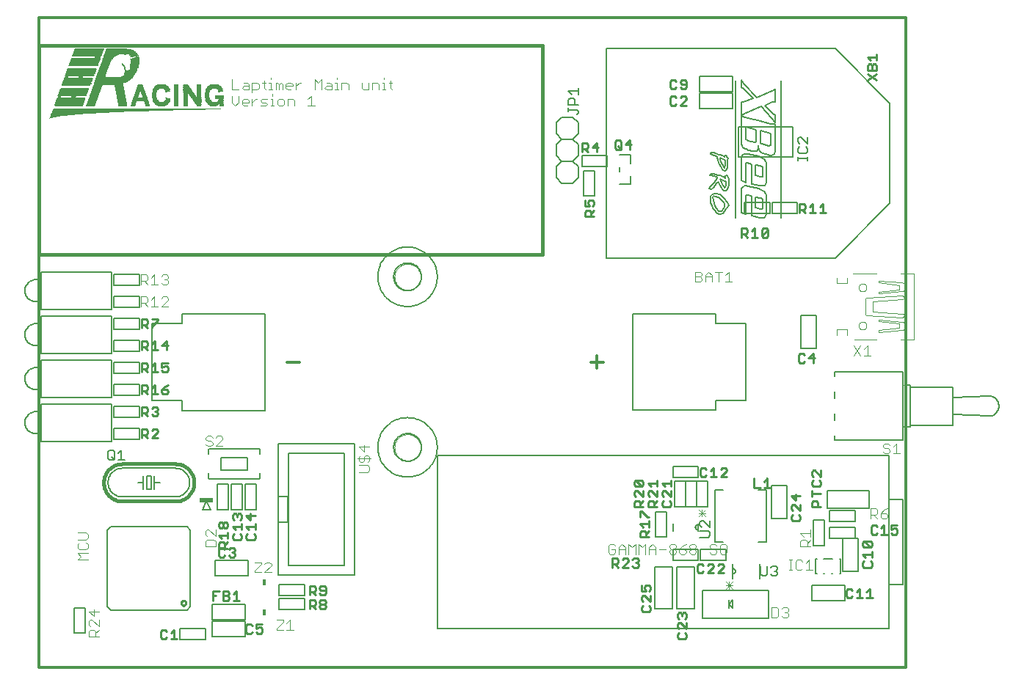
<source format=gto>
G75*
G70*
%OFA0B0*%
%FSLAX24Y24*%
%IPPOS*%
%LPD*%
%AMOC8*
5,1,8,0,0,1.08239X$1,22.5*
%
%ADD10C,0.0120*%
%ADD11R,0.0020X0.0010*%
%ADD12R,0.0040X0.0010*%
%ADD13R,0.0060X0.0010*%
%ADD14R,0.0100X0.0010*%
%ADD15R,0.0130X0.0010*%
%ADD16R,0.0170X0.0010*%
%ADD17R,0.0210X0.0010*%
%ADD18R,0.0270X0.0010*%
%ADD19R,0.0310X0.0010*%
%ADD20R,0.0380X0.0010*%
%ADD21R,0.0430X0.0010*%
%ADD22R,0.0510X0.0010*%
%ADD23R,0.0580X0.0010*%
%ADD24R,0.0660X0.0010*%
%ADD25R,0.0750X0.0010*%
%ADD26R,0.0850X0.0010*%
%ADD27R,0.0940X0.0010*%
%ADD28R,0.1050X0.0010*%
%ADD29R,0.1170X0.0010*%
%ADD30R,0.1280X0.0010*%
%ADD31R,0.1420X0.0010*%
%ADD32R,0.1550X0.0010*%
%ADD33R,0.1700X0.0010*%
%ADD34R,0.1860X0.0010*%
%ADD35R,0.2020X0.0010*%
%ADD36R,0.2190X0.0010*%
%ADD37R,0.2380X0.0010*%
%ADD38R,0.2580X0.0010*%
%ADD39R,0.2790X0.0010*%
%ADD40R,0.3020X0.0010*%
%ADD41R,0.3250X0.0010*%
%ADD42R,0.3500X0.0010*%
%ADD43R,0.3780X0.0010*%
%ADD44R,0.4060X0.0010*%
%ADD45R,0.4370X0.0010*%
%ADD46R,0.4700X0.0010*%
%ADD47R,0.5070X0.0010*%
%ADD48R,0.5460X0.0010*%
%ADD49R,0.5890X0.0010*%
%ADD50R,0.6380X0.0010*%
%ADD51R,0.6940X0.0010*%
%ADD52R,0.7620X0.0010*%
%ADD53R,0.0200X0.0010*%
%ADD54R,0.0180X0.0010*%
%ADD55R,0.0410X0.0010*%
%ADD56R,0.0400X0.0010*%
%ADD57R,0.0190X0.0010*%
%ADD58R,0.0280X0.0010*%
%ADD59R,0.0250X0.0010*%
%ADD60R,0.0160X0.0010*%
%ADD61R,0.1290X0.0010*%
%ADD62R,0.0420X0.0010*%
%ADD63R,0.0220X0.0010*%
%ADD64R,0.0340X0.0010*%
%ADD65R,0.0300X0.0010*%
%ADD66R,0.0390X0.0010*%
%ADD67R,0.1300X0.0010*%
%ADD68R,0.0470X0.0010*%
%ADD69R,0.0230X0.0010*%
%ADD70R,0.0490X0.0010*%
%ADD71R,0.0240X0.0010*%
%ADD72R,0.0530X0.0010*%
%ADD73R,0.0460X0.0010*%
%ADD74R,0.0550X0.0010*%
%ADD75R,0.0480X0.0010*%
%ADD76R,0.0570X0.0010*%
%ADD77R,0.0260X0.0010*%
%ADD78R,0.0500X0.0010*%
%ADD79R,0.0590X0.0010*%
%ADD80R,0.0520X0.0010*%
%ADD81R,0.0610X0.0010*%
%ADD82R,0.0540X0.0010*%
%ADD83R,0.0630X0.0010*%
%ADD84R,0.0650X0.0010*%
%ADD85R,0.0290X0.0010*%
%ADD86R,0.0760X0.0010*%
%ADD87R,0.0680X0.0010*%
%ADD88R,0.0700X0.0010*%
%ADD89R,0.0770X0.0010*%
%ADD90R,0.0320X0.0010*%
%ADD91R,0.0370X0.0010*%
%ADD92R,0.0330X0.0010*%
%ADD93R,0.0350X0.0010*%
%ADD94R,0.0740X0.0010*%
%ADD95R,0.0730X0.0010*%
%ADD96R,0.0360X0.0010*%
%ADD97R,0.0720X0.0010*%
%ADD98R,0.0710X0.0010*%
%ADD99R,0.0690X0.0010*%
%ADD100R,0.0670X0.0010*%
%ADD101R,0.0150X0.0010*%
%ADD102R,0.0110X0.0010*%
%ADD103R,0.0640X0.0010*%
%ADD104R,0.0050X0.0010*%
%ADD105R,0.0440X0.0010*%
%ADD106R,0.0010X0.0010*%
%ADD107R,0.0450X0.0010*%
%ADD108R,0.0030X0.0010*%
%ADD109R,0.0070X0.0010*%
%ADD110R,0.0120X0.0010*%
%ADD111R,0.0620X0.0010*%
%ADD112R,0.1350X0.0010*%
%ADD113R,0.1340X0.0010*%
%ADD114R,0.1330X0.0010*%
%ADD115R,0.1310X0.0010*%
%ADD116R,0.1320X0.0010*%
%ADD117R,0.1360X0.0010*%
%ADD118R,0.1400X0.0010*%
%ADD119R,0.1440X0.0010*%
%ADD120R,0.1450X0.0010*%
%ADD121R,0.1470X0.0010*%
%ADD122R,0.1480X0.0010*%
%ADD123R,0.1500X0.0010*%
%ADD124R,0.1520X0.0010*%
%ADD125R,0.1540X0.0010*%
%ADD126R,0.1560X0.0010*%
%ADD127R,0.1570X0.0010*%
%ADD128R,0.1580X0.0010*%
%ADD129R,0.1600X0.0010*%
%ADD130R,0.1610X0.0010*%
%ADD131R,0.1620X0.0010*%
%ADD132R,0.1630X0.0010*%
%ADD133R,0.1640X0.0010*%
%ADD134R,0.1650X0.0010*%
%ADD135R,0.1660X0.0010*%
%ADD136R,0.0080X0.0010*%
%ADD137R,0.0090X0.0010*%
%ADD138R,0.0600X0.0010*%
%ADD139R,0.1080X0.0010*%
%ADD140R,0.1120X0.0010*%
%ADD141R,0.1460X0.0010*%
%ADD142R,0.1430X0.0010*%
%ADD143R,0.1390X0.0010*%
%ADD144R,0.1380X0.0010*%
%ADD145R,0.1270X0.0010*%
%ADD146R,0.1240X0.0010*%
%ADD147R,0.1210X0.0010*%
%ADD148R,0.1180X0.0010*%
%ADD149R,0.1150X0.0010*%
%ADD150R,0.1110X0.0010*%
%ADD151R,0.1060X0.0010*%
%ADD152R,0.1010X0.0010*%
%ADD153R,0.0910X0.0010*%
%ADD154C,0.0040*%
%ADD155C,0.0160*%
%ADD156C,0.0080*%
%ADD157C,0.0100*%
%ADD158C,0.0060*%
%ADD159C,0.0050*%
%ADD160C,0.0000*%
%ADD161C,0.0090*%
%ADD162R,0.0180X0.0300*%
%ADD163C,0.0030*%
%ADD164R,0.0620X0.0240*%
D10*
X002176Y005651D02*
X002176Y035179D01*
X041546Y035179D01*
X041546Y005651D01*
X002176Y005651D01*
X013440Y019527D02*
X014028Y019527D01*
X027240Y019527D02*
X027828Y019527D01*
X027534Y019820D02*
X027534Y019233D01*
D11*
X005981Y033071D03*
X002701Y030591D03*
D12*
X002711Y030601D03*
X006101Y032801D03*
X006101Y032811D03*
X005991Y033051D03*
X007961Y031781D03*
D13*
X006121Y032761D03*
X006111Y032771D03*
X006101Y032821D03*
X006101Y032831D03*
X006101Y032841D03*
X006001Y033031D03*
X002731Y030611D03*
D14*
X002751Y030621D03*
X006121Y033491D03*
X007991Y031801D03*
D15*
X002766Y030631D03*
D16*
X002796Y030641D03*
D17*
X002816Y030651D03*
X006796Y032121D03*
X006906Y031821D03*
X006916Y031791D03*
X006926Y031761D03*
X006936Y031741D03*
X006936Y031731D03*
X006946Y031711D03*
X006946Y031701D03*
X006956Y031681D03*
X006956Y031671D03*
X006966Y031651D03*
X006966Y031641D03*
X006976Y031621D03*
X006976Y031611D03*
X006986Y031591D03*
X006986Y031581D03*
X006996Y031571D03*
X006996Y031561D03*
X006996Y031551D03*
X007006Y031541D03*
X007006Y031531D03*
X007066Y031351D03*
X007076Y031321D03*
X007086Y031291D03*
X007096Y031261D03*
X007136Y031151D03*
X007426Y031581D03*
X007426Y031591D03*
X007426Y031601D03*
X007426Y031611D03*
X007426Y031661D03*
X007426Y031671D03*
X007426Y031681D03*
X007426Y031691D03*
X008846Y031691D03*
X008846Y031681D03*
X008846Y031671D03*
X008846Y031661D03*
X008846Y031651D03*
X008846Y031641D03*
X008846Y031631D03*
X008846Y031621D03*
X008846Y031611D03*
X008846Y031601D03*
X008846Y031591D03*
X008846Y031581D03*
X008846Y031571D03*
X008846Y031561D03*
X008846Y031551D03*
X008846Y031541D03*
X008846Y031531D03*
X008846Y031521D03*
X008846Y031511D03*
X008846Y031501D03*
X008846Y031491D03*
X008846Y031481D03*
X008846Y031471D03*
X008846Y031461D03*
X008846Y031451D03*
X008846Y031441D03*
X008846Y031431D03*
X008846Y031421D03*
X008846Y031411D03*
X008846Y031401D03*
X008846Y031391D03*
X008846Y031381D03*
X008846Y031371D03*
X008846Y031361D03*
X008846Y031351D03*
X008846Y031341D03*
X008846Y031331D03*
X008846Y031321D03*
X008846Y031311D03*
X008846Y031301D03*
X008846Y031291D03*
X008846Y031281D03*
X008846Y031271D03*
X008846Y031261D03*
X008846Y031251D03*
X008846Y031241D03*
X008846Y031231D03*
X008846Y031221D03*
X008846Y031211D03*
X008846Y031201D03*
X008846Y031191D03*
X008846Y031181D03*
X008846Y031171D03*
X008846Y031161D03*
X008846Y031701D03*
X008846Y031711D03*
X008846Y031721D03*
X008846Y031731D03*
X008846Y031741D03*
X008846Y031751D03*
X008856Y032121D03*
X009466Y032111D03*
X009466Y032101D03*
X009466Y032091D03*
X009466Y032081D03*
X009466Y032071D03*
X009466Y032061D03*
X009466Y032051D03*
X009466Y032041D03*
X009466Y032031D03*
X009466Y032021D03*
X009466Y032011D03*
X009466Y032001D03*
X009466Y031991D03*
X009466Y031981D03*
X009466Y031971D03*
X009466Y031961D03*
X009466Y031951D03*
X009466Y031941D03*
X009466Y031931D03*
X009466Y031921D03*
X009466Y031911D03*
X009466Y031901D03*
X009466Y031891D03*
X009466Y031881D03*
X009466Y031871D03*
X009466Y031861D03*
X009466Y031851D03*
X009466Y031841D03*
X009466Y031831D03*
X009466Y031821D03*
X009466Y031811D03*
X009466Y031801D03*
X009466Y031791D03*
X009466Y031781D03*
X009466Y031771D03*
X009466Y031761D03*
X009466Y031751D03*
X009466Y031741D03*
X009466Y031731D03*
X009466Y031721D03*
X009466Y031711D03*
X009466Y031701D03*
X009466Y031691D03*
X009466Y031681D03*
X009466Y031671D03*
X009466Y031661D03*
X009466Y031651D03*
X009466Y031641D03*
X009466Y031631D03*
X009466Y031621D03*
X009466Y031611D03*
X009466Y031601D03*
X009466Y031591D03*
X009466Y031581D03*
X009466Y031571D03*
X009466Y031561D03*
X009466Y031551D03*
X009466Y031541D03*
X009466Y031531D03*
X009826Y031591D03*
X009826Y031691D03*
X009826Y031701D03*
X009466Y031161D03*
X010466Y031461D03*
X010466Y031471D03*
X006626Y033341D03*
D18*
X006796Y032031D03*
X007516Y031931D03*
X007526Y031941D03*
X007976Y031941D03*
X007986Y031931D03*
X007526Y031331D03*
X008876Y032041D03*
X008876Y032051D03*
X009436Y031251D03*
X009436Y031241D03*
X009906Y031351D03*
X009916Y031341D03*
X010436Y031361D03*
X010376Y031941D03*
X009916Y031931D03*
X004866Y033391D03*
X004846Y033341D03*
X004836Y033311D03*
X002846Y030661D03*
D19*
X002876Y030671D03*
X006796Y031971D03*
X006796Y031981D03*
X007946Y031311D03*
X008896Y031981D03*
X008896Y031991D03*
X009416Y031311D03*
X009416Y031301D03*
X009946Y031951D03*
X010416Y031331D03*
X006586Y033311D03*
D20*
X006491Y033471D03*
X006491Y033481D03*
X006521Y032951D03*
X006521Y032941D03*
X006521Y032931D03*
X006451Y032751D03*
X006801Y031881D03*
X006801Y031871D03*
X005061Y032671D03*
X005061Y032681D03*
X005071Y032701D03*
X005071Y032711D03*
X005081Y032731D03*
X005081Y032741D03*
X005091Y032751D03*
X005091Y032761D03*
X005101Y032781D03*
X005101Y032791D03*
X005111Y032811D03*
X005121Y032841D03*
X005131Y032861D03*
X005141Y032891D03*
X005051Y032651D03*
X005051Y032641D03*
X005041Y032631D03*
X005041Y032621D03*
X005041Y032611D03*
X005031Y032601D03*
X005031Y032591D03*
X005021Y032571D03*
X005021Y032561D03*
X005011Y032541D03*
X005011Y032531D03*
X005001Y032521D03*
X005001Y032511D03*
X005001Y032501D03*
X004991Y032491D03*
X004991Y032481D03*
X002911Y030681D03*
X008931Y031881D03*
X009381Y031411D03*
X010121Y031181D03*
X010381Y031481D03*
X010381Y031491D03*
X010381Y031501D03*
X010381Y031511D03*
X010381Y031521D03*
X010381Y031531D03*
X010381Y031541D03*
X010381Y031551D03*
X010381Y031561D03*
X010381Y031571D03*
X010381Y031581D03*
X010381Y031591D03*
X010381Y031601D03*
X010381Y031611D03*
X010381Y031621D03*
X010381Y031631D03*
D21*
X010116Y031201D03*
X009356Y031481D03*
X009356Y031491D03*
X008956Y031801D03*
X007756Y032091D03*
X007756Y031181D03*
X010156Y032091D03*
X005306Y033281D03*
X005296Y033261D03*
X005286Y033241D03*
X005006Y032471D03*
X002946Y030691D03*
D22*
X002986Y030701D03*
X006216Y032481D03*
X006336Y032651D03*
X006336Y032661D03*
X005386Y033401D03*
X010156Y032061D03*
D23*
X006161Y032451D03*
X003021Y030711D03*
D24*
X003071Y030721D03*
X005491Y033491D03*
X006801Y031481D03*
X007751Y031281D03*
X007751Y031991D03*
X010151Y031991D03*
D25*
X010196Y031271D03*
X003116Y030731D03*
D26*
X003166Y030741D03*
X005216Y032451D03*
D27*
X003221Y030751D03*
D28*
X003276Y030761D03*
D29*
X003336Y030771D03*
D30*
X003401Y030781D03*
X005861Y033651D03*
D31*
X005901Y033571D03*
X003471Y030791D03*
D32*
X003546Y030801D03*
X005506Y032301D03*
D33*
X003621Y030811D03*
D34*
X003701Y030821D03*
D35*
X003791Y030831D03*
D36*
X003876Y030841D03*
D37*
X003971Y030851D03*
D38*
X004081Y030861D03*
D39*
X004186Y030871D03*
D40*
X004301Y030881D03*
D41*
X004426Y030891D03*
D42*
X004551Y030901D03*
D43*
X004691Y030911D03*
D44*
X004841Y030921D03*
D45*
X004996Y030931D03*
D46*
X005171Y030941D03*
D47*
X005356Y030951D03*
D48*
X005551Y030961D03*
D49*
X005776Y030971D03*
D50*
X006021Y030981D03*
D51*
X006301Y030991D03*
D52*
X006651Y031001D03*
D53*
X006461Y031171D03*
X006461Y031181D03*
X006471Y031191D03*
X006471Y031201D03*
X006471Y031211D03*
X006481Y031221D03*
X006481Y031231D03*
X006481Y031241D03*
X006491Y031251D03*
X006491Y031261D03*
X006491Y031271D03*
X006501Y031281D03*
X006501Y031291D03*
X006501Y031301D03*
X006511Y031311D03*
X006511Y031321D03*
X006521Y031341D03*
X006521Y031351D03*
X006591Y031551D03*
X006601Y031571D03*
X006601Y031581D03*
X006611Y031601D03*
X006611Y031611D03*
X006621Y031631D03*
X006621Y031641D03*
X006631Y031661D03*
X006641Y031691D03*
X006651Y031721D03*
X006661Y031751D03*
X006671Y031781D03*
X006681Y031811D03*
X006691Y031831D03*
X006901Y031831D03*
X006901Y031841D03*
X006911Y031811D03*
X006911Y031801D03*
X006921Y031781D03*
X006921Y031771D03*
X006931Y031751D03*
X006941Y031721D03*
X006951Y031691D03*
X006961Y031661D03*
X006971Y031631D03*
X006981Y031601D03*
X007761Y031141D03*
X008051Y031471D03*
X008431Y031151D03*
X008431Y032121D03*
X007761Y032131D03*
X006471Y033411D03*
X010161Y032131D03*
X010431Y031821D03*
D54*
X010481Y031261D03*
X010481Y031251D03*
X010481Y031241D03*
X010481Y031231D03*
X010481Y031221D03*
X010481Y031211D03*
X010481Y031201D03*
X010481Y031191D03*
X010481Y031181D03*
X010481Y031171D03*
X010481Y031161D03*
X010131Y031141D03*
X008021Y031821D03*
X006641Y033351D03*
X004101Y032491D03*
X003751Y031531D03*
D55*
X004566Y031261D03*
X004556Y031231D03*
X004546Y031201D03*
X004536Y031181D03*
X004526Y031151D03*
X004576Y031291D03*
X004586Y031311D03*
X004596Y031341D03*
X004606Y031371D03*
X004616Y031401D03*
X004636Y031451D03*
X004646Y031481D03*
X004656Y031511D03*
X004676Y031561D03*
X004686Y031591D03*
X004696Y031621D03*
X004716Y031671D03*
X004726Y031701D03*
X004736Y031731D03*
X004756Y031781D03*
X004766Y031811D03*
X004776Y031841D03*
X004806Y031921D03*
X004816Y031951D03*
X004846Y032031D03*
X004856Y032061D03*
X005826Y032081D03*
X005826Y032091D03*
X005836Y032031D03*
X005836Y032021D03*
X005846Y031981D03*
X005846Y031971D03*
X005856Y031931D03*
X005856Y031921D03*
X005856Y031911D03*
X005866Y031871D03*
X005866Y031861D03*
X005876Y031821D03*
X005876Y031811D03*
X005886Y031771D03*
X005886Y031761D03*
X005886Y031751D03*
X005896Y031711D03*
X005896Y031701D03*
X005906Y031661D03*
X005906Y031651D03*
X005906Y031641D03*
X005916Y031611D03*
X005916Y031601D03*
X005916Y031591D03*
X005926Y031551D03*
X005926Y031541D03*
X005936Y031501D03*
X005936Y031491D03*
X005936Y031481D03*
X005946Y031441D03*
X005946Y031431D03*
X005956Y031391D03*
X005956Y031381D03*
X005956Y031371D03*
X005966Y031341D03*
X005966Y031331D03*
X005966Y031321D03*
X005976Y031281D03*
X005976Y031271D03*
X005986Y031231D03*
X005986Y031221D03*
X005986Y031211D03*
X005996Y031181D03*
X005996Y031171D03*
X005996Y031161D03*
X006546Y033121D03*
X006546Y033131D03*
X006546Y033141D03*
X006546Y033151D03*
X006546Y033161D03*
X006546Y033171D03*
X006546Y033181D03*
X006546Y033191D03*
X006546Y033201D03*
X006546Y033211D03*
X006546Y033221D03*
X006546Y033231D03*
X006546Y033241D03*
X006546Y033251D03*
X006536Y033271D03*
X005266Y033201D03*
X005256Y033181D03*
X005256Y033171D03*
X005246Y033161D03*
X005246Y033151D03*
X005236Y033131D03*
X008946Y031841D03*
X008946Y031831D03*
X009366Y031461D03*
X009366Y031451D03*
X010116Y031191D03*
D56*
X009371Y031441D03*
X008941Y031851D03*
X006801Y031851D03*
X005901Y031691D03*
X005901Y031681D03*
X005901Y031671D03*
X005911Y031631D03*
X005911Y031621D03*
X005921Y031581D03*
X005921Y031571D03*
X005921Y031561D03*
X005931Y031531D03*
X005931Y031521D03*
X005931Y031511D03*
X005941Y031471D03*
X005941Y031461D03*
X005941Y031451D03*
X005951Y031421D03*
X005951Y031411D03*
X005951Y031401D03*
X005961Y031361D03*
X005961Y031351D03*
X005971Y031311D03*
X005971Y031301D03*
X005971Y031291D03*
X005981Y031261D03*
X005981Y031251D03*
X005981Y031241D03*
X005991Y031201D03*
X005991Y031191D03*
X006001Y031151D03*
X005891Y031721D03*
X005891Y031731D03*
X005891Y031741D03*
X005881Y031781D03*
X005881Y031791D03*
X005881Y031801D03*
X005871Y031831D03*
X005871Y031841D03*
X005871Y031851D03*
X005861Y031881D03*
X005861Y031891D03*
X005861Y031901D03*
X005851Y031941D03*
X005851Y031951D03*
X005851Y031961D03*
X005841Y031991D03*
X005841Y032001D03*
X005841Y032011D03*
X005831Y032041D03*
X005831Y032051D03*
X005831Y032061D03*
X005831Y032071D03*
X005821Y032101D03*
X005821Y032111D03*
X005181Y032991D03*
X005191Y033021D03*
X005201Y033041D03*
X005201Y033051D03*
X005211Y033061D03*
X005211Y033071D03*
X005221Y033081D03*
X005221Y033091D03*
X005221Y033101D03*
X005231Y033111D03*
X005231Y033121D03*
X005241Y033141D03*
X006491Y033461D03*
X006541Y033111D03*
X006541Y033101D03*
X006541Y033091D03*
X006541Y033081D03*
X006541Y033071D03*
X006541Y033061D03*
X006541Y033051D03*
X006531Y033001D03*
D57*
X006116Y033501D03*
X006696Y031841D03*
X006686Y031821D03*
X006676Y031801D03*
X006676Y031791D03*
X006666Y031771D03*
X006666Y031761D03*
X006656Y031741D03*
X006656Y031731D03*
X006646Y031711D03*
X006646Y031701D03*
X006636Y031681D03*
X006636Y031671D03*
X006626Y031651D03*
X006616Y031621D03*
X006606Y031591D03*
X006596Y031561D03*
X006586Y031541D03*
X006586Y031531D03*
X006526Y031361D03*
X006516Y031331D03*
X006456Y031161D03*
X006456Y031151D03*
X008846Y031151D03*
X009466Y031151D03*
X009466Y032121D03*
X004096Y032471D03*
X004096Y032481D03*
X004086Y032461D03*
X004086Y032451D03*
X004086Y032441D03*
X004076Y032431D03*
X004076Y032421D03*
X004076Y032411D03*
X003776Y031591D03*
X003766Y031581D03*
X003766Y031571D03*
X003766Y031561D03*
X003756Y031551D03*
X003756Y031541D03*
X003746Y031521D03*
X003746Y031511D03*
D58*
X004841Y033321D03*
X004841Y033331D03*
X004851Y033351D03*
X004851Y033361D03*
X004861Y033371D03*
X004861Y033381D03*
X006531Y033431D03*
X006601Y033321D03*
X006801Y032021D03*
X006801Y032011D03*
X007761Y032121D03*
X007971Y031321D03*
X007761Y031151D03*
X008881Y032031D03*
X009431Y031261D03*
X009931Y031941D03*
X010161Y032121D03*
X010361Y031951D03*
X010431Y031351D03*
D59*
X010446Y031381D03*
X010126Y031151D03*
X009896Y031361D03*
X009886Y031371D03*
X009886Y031381D03*
X009876Y031391D03*
X009446Y031221D03*
X009216Y031551D03*
X009196Y031581D03*
X009176Y031611D03*
X009156Y031641D03*
X009136Y031671D03*
X009116Y031701D03*
X009096Y031731D03*
X008866Y032071D03*
X008866Y032081D03*
X008006Y031911D03*
X007996Y031921D03*
X007506Y031921D03*
X007496Y031911D03*
X007496Y031361D03*
X007996Y031341D03*
X006796Y032061D03*
X009896Y031911D03*
X009906Y031921D03*
X010386Y031931D03*
X010396Y031921D03*
D60*
X010481Y031151D03*
X003451Y032491D03*
X003441Y032461D03*
X003431Y032441D03*
X003431Y032431D03*
X003421Y032411D03*
X003111Y031551D03*
D61*
X003626Y031391D03*
X003616Y031361D03*
X003606Y031331D03*
X003586Y031281D03*
X003576Y031251D03*
X003566Y031221D03*
X003556Y031191D03*
X003546Y031171D03*
X003546Y031161D03*
X003646Y031441D03*
X003656Y031471D03*
X003666Y031501D03*
X003706Y031611D03*
X003736Y031691D03*
X003746Y031721D03*
X003786Y031831D03*
X003826Y031941D03*
D62*
X004701Y031641D03*
X004701Y031631D03*
X004691Y031611D03*
X004691Y031601D03*
X004681Y031581D03*
X004681Y031571D03*
X004671Y031551D03*
X004671Y031541D03*
X004661Y031531D03*
X004661Y031521D03*
X004651Y031501D03*
X004651Y031491D03*
X004641Y031471D03*
X004641Y031461D03*
X004631Y031441D03*
X004631Y031431D03*
X004621Y031421D03*
X004621Y031411D03*
X004611Y031391D03*
X004611Y031381D03*
X004601Y031361D03*
X004601Y031351D03*
X004591Y031331D03*
X004591Y031321D03*
X004581Y031301D03*
X004571Y031281D03*
X004571Y031271D03*
X004561Y031251D03*
X004561Y031241D03*
X004551Y031221D03*
X004551Y031211D03*
X004541Y031191D03*
X004531Y031171D03*
X004531Y031161D03*
X004711Y031651D03*
X004711Y031661D03*
X004721Y031681D03*
X004721Y031691D03*
X004731Y031711D03*
X004731Y031721D03*
X004741Y031741D03*
X004741Y031751D03*
X004751Y031761D03*
X004751Y031771D03*
X004761Y031791D03*
X004761Y031801D03*
X004771Y031821D03*
X004771Y031831D03*
X004781Y031851D03*
X004781Y031861D03*
X004791Y031871D03*
X004791Y031881D03*
X004791Y031891D03*
X004801Y031901D03*
X004801Y031911D03*
X004811Y031931D03*
X004811Y031941D03*
X004821Y031961D03*
X004821Y031971D03*
X004831Y031981D03*
X004831Y031991D03*
X004831Y032001D03*
X004841Y032011D03*
X004841Y032021D03*
X004851Y032041D03*
X004851Y032051D03*
X004861Y032071D03*
X004861Y032081D03*
X004871Y032091D03*
X004871Y032101D03*
X004871Y032111D03*
X005261Y033191D03*
X005271Y033211D03*
X005281Y033221D03*
X005281Y033231D03*
X005291Y033251D03*
X006541Y033261D03*
X008951Y031821D03*
X008951Y031811D03*
X009361Y031471D03*
D63*
X009461Y031181D03*
X009461Y031171D03*
X009851Y031451D03*
X009841Y031481D03*
X009841Y031491D03*
X009841Y031501D03*
X009831Y031521D03*
X009831Y031531D03*
X009831Y031541D03*
X009831Y031551D03*
X009831Y031561D03*
X009831Y031571D03*
X009831Y031581D03*
X009821Y031601D03*
X009821Y031611D03*
X009821Y031621D03*
X009821Y031631D03*
X009821Y031641D03*
X009821Y031651D03*
X009821Y031661D03*
X009821Y031671D03*
X009821Y031681D03*
X009831Y031711D03*
X009831Y031721D03*
X009831Y031731D03*
X009831Y031741D03*
X009831Y031751D03*
X009831Y031761D03*
X009841Y031771D03*
X009841Y031781D03*
X009841Y031791D03*
X009841Y031801D03*
X009851Y031821D03*
X010431Y031851D03*
X010431Y031861D03*
X010441Y031841D03*
X010441Y031831D03*
X010461Y031451D03*
X010461Y031441D03*
X010461Y031431D03*
X008431Y031431D03*
X008431Y031421D03*
X008431Y031411D03*
X008431Y031401D03*
X008431Y031391D03*
X008431Y031381D03*
X008431Y031371D03*
X008431Y031361D03*
X008431Y031351D03*
X008431Y031341D03*
X008431Y031331D03*
X008431Y031321D03*
X008431Y031311D03*
X008431Y031301D03*
X008431Y031291D03*
X008431Y031281D03*
X008431Y031271D03*
X008431Y031261D03*
X008431Y031251D03*
X008431Y031241D03*
X008431Y031231D03*
X008431Y031221D03*
X008431Y031211D03*
X008431Y031201D03*
X008431Y031191D03*
X008431Y031181D03*
X008431Y031171D03*
X008431Y031161D03*
X008431Y031441D03*
X008431Y031451D03*
X008431Y031461D03*
X008431Y031471D03*
X008431Y031481D03*
X008431Y031491D03*
X008431Y031501D03*
X008431Y031511D03*
X008431Y031521D03*
X008431Y031531D03*
X008431Y031541D03*
X008431Y031551D03*
X008431Y031561D03*
X008431Y031571D03*
X008431Y031581D03*
X008431Y031591D03*
X008431Y031601D03*
X008431Y031611D03*
X008431Y031621D03*
X008431Y031631D03*
X008431Y031641D03*
X008431Y031651D03*
X008431Y031661D03*
X008431Y031671D03*
X008431Y031681D03*
X008431Y031691D03*
X008431Y031701D03*
X008431Y031711D03*
X008431Y031721D03*
X008431Y031731D03*
X008431Y031741D03*
X008431Y031751D03*
X008431Y031761D03*
X008431Y031771D03*
X008431Y031781D03*
X008431Y031791D03*
X008431Y031801D03*
X008431Y031811D03*
X008431Y031821D03*
X008431Y031831D03*
X008431Y031841D03*
X008431Y031851D03*
X008431Y031861D03*
X008431Y031871D03*
X008431Y031881D03*
X008431Y031891D03*
X008431Y031901D03*
X008431Y031911D03*
X008431Y031921D03*
X008431Y031931D03*
X008431Y031941D03*
X008431Y031951D03*
X008431Y031961D03*
X008431Y031971D03*
X008431Y031981D03*
X008431Y031991D03*
X008431Y032001D03*
X008431Y032011D03*
X008431Y032021D03*
X008431Y032031D03*
X008431Y032041D03*
X008431Y032051D03*
X008431Y032061D03*
X008431Y032071D03*
X008431Y032081D03*
X008431Y032091D03*
X008431Y032101D03*
X008431Y032111D03*
X008041Y031831D03*
X008051Y031461D03*
X008051Y031451D03*
X008051Y031441D03*
X008041Y031431D03*
X008041Y031421D03*
X008031Y031401D03*
X007451Y031451D03*
X007441Y031481D03*
X007441Y031491D03*
X007441Y031501D03*
X007431Y031511D03*
X007431Y031521D03*
X007431Y031531D03*
X007431Y031541D03*
X007431Y031551D03*
X007431Y031561D03*
X007431Y031571D03*
X007421Y031621D03*
X007421Y031631D03*
X007421Y031641D03*
X007421Y031651D03*
X007431Y031701D03*
X007431Y031711D03*
X007431Y031721D03*
X007431Y031731D03*
X007431Y031741D03*
X007431Y031751D03*
X007431Y031761D03*
X007441Y031771D03*
X007441Y031781D03*
X007441Y031791D03*
X007441Y031801D03*
X007451Y031811D03*
X007451Y031821D03*
X007061Y031361D03*
X007071Y031341D03*
X007071Y031331D03*
X007081Y031311D03*
X007081Y031301D03*
X007091Y031281D03*
X007091Y031271D03*
X007101Y031251D03*
X007101Y031241D03*
X007111Y031231D03*
X007111Y031221D03*
X007111Y031211D03*
X007121Y031201D03*
X007121Y031191D03*
X007121Y031181D03*
X007131Y031171D03*
X007131Y031161D03*
X006801Y032101D03*
X006801Y032111D03*
D64*
X006801Y031941D03*
X006801Y031931D03*
X007761Y032111D03*
X007761Y031161D03*
X008911Y031941D03*
X009401Y031351D03*
X009961Y031311D03*
X010121Y031171D03*
X010161Y032111D03*
X006481Y033521D03*
D65*
X006801Y031991D03*
X007541Y031951D03*
X008891Y032001D03*
X009421Y031291D03*
X009941Y031321D03*
X010121Y031161D03*
D66*
X009376Y031421D03*
X009376Y031431D03*
X008936Y031861D03*
X008936Y031871D03*
X007756Y032101D03*
X007756Y031171D03*
X006796Y031861D03*
X006526Y032961D03*
X006526Y032971D03*
X006526Y032981D03*
X006526Y032991D03*
X006536Y033011D03*
X006536Y033021D03*
X006536Y033031D03*
X006536Y033041D03*
X006546Y033281D03*
X006496Y033451D03*
X005196Y033031D03*
X005186Y033011D03*
X005186Y033001D03*
X005176Y032981D03*
X005176Y032971D03*
X005166Y032961D03*
X005166Y032951D03*
X005156Y032941D03*
X005156Y032931D03*
X005156Y032921D03*
X005146Y032911D03*
X005146Y032901D03*
X005136Y032881D03*
X005136Y032871D03*
X005126Y032851D03*
X005116Y032831D03*
X005116Y032821D03*
X005106Y032801D03*
X005096Y032771D03*
X005076Y032721D03*
X005066Y032691D03*
X005056Y032661D03*
X005026Y032581D03*
X005016Y032551D03*
X010156Y032101D03*
D67*
X005871Y033641D03*
X004471Y033721D03*
X004451Y033671D03*
X004441Y033641D03*
X004431Y033611D03*
X004411Y033561D03*
X004401Y033531D03*
X004391Y033501D03*
X004381Y033471D03*
X004371Y033451D03*
X004361Y033421D03*
X004311Y033281D03*
X004301Y033251D03*
X004291Y033231D03*
X004291Y033221D03*
X004281Y033201D03*
X004271Y033171D03*
X004261Y033141D03*
X004251Y033121D03*
X004251Y033111D03*
X004241Y033091D03*
X004241Y033081D03*
X004231Y033061D03*
X004221Y033031D03*
X004211Y033011D03*
X004211Y033001D03*
X004201Y032981D03*
X004201Y032971D03*
X004151Y032841D03*
X004151Y032831D03*
X004141Y032811D03*
X004131Y032791D03*
X004131Y032781D03*
X004121Y032761D03*
X004121Y032751D03*
X004111Y032731D03*
X004111Y032721D03*
X004101Y032701D03*
X004091Y032681D03*
X004091Y032671D03*
X004081Y032651D03*
X004081Y032641D03*
X004071Y032621D03*
X004071Y032611D03*
X004061Y032591D03*
X004061Y032581D03*
X004051Y032571D03*
X004051Y032561D03*
X004041Y032541D03*
X004041Y032531D03*
X004031Y032511D03*
X004031Y032501D03*
X003991Y032401D03*
X003991Y032391D03*
X003981Y032371D03*
X003981Y032361D03*
X003971Y032351D03*
X003971Y032341D03*
X003971Y032331D03*
X003961Y032321D03*
X003961Y032311D03*
X003951Y032291D03*
X003951Y032281D03*
X003941Y032261D03*
X003941Y032251D03*
X003931Y032241D03*
X003931Y032231D03*
X003931Y032221D03*
X003921Y032211D03*
X003921Y032201D03*
X003911Y032181D03*
X003911Y032171D03*
X003901Y032151D03*
X003901Y032141D03*
X003891Y032131D03*
X003891Y032121D03*
X003891Y032111D03*
X003881Y032101D03*
X003881Y032091D03*
X003881Y032081D03*
X003871Y032071D03*
X003821Y031931D03*
X003821Y031921D03*
X003811Y031911D03*
X003811Y031901D03*
X003811Y031891D03*
X003801Y031881D03*
X003801Y031871D03*
X003801Y031861D03*
X003791Y031851D03*
X003791Y031841D03*
X003781Y031821D03*
X003781Y031811D03*
X003771Y031801D03*
X003771Y031791D03*
X003771Y031781D03*
X003761Y031771D03*
X003761Y031761D03*
X003761Y031751D03*
X003751Y031741D03*
X003751Y031731D03*
X003741Y031711D03*
X003741Y031701D03*
X003731Y031681D03*
X003731Y031671D03*
X003721Y031661D03*
X003721Y031651D03*
X003721Y031641D03*
X003711Y031631D03*
X003711Y031621D03*
X003701Y031601D03*
X003661Y031491D03*
X003661Y031481D03*
X003651Y031461D03*
X003651Y031451D03*
X003641Y031431D03*
X003641Y031421D03*
X003631Y031411D03*
X003631Y031401D03*
X003621Y031381D03*
X003621Y031371D03*
X003611Y031351D03*
X003611Y031341D03*
X003601Y031321D03*
X003601Y031311D03*
X003591Y031301D03*
X003591Y031291D03*
X003581Y031271D03*
X003581Y031261D03*
X003571Y031241D03*
X003571Y031231D03*
X003561Y031211D03*
X003561Y031201D03*
X003551Y031181D03*
D68*
X005346Y033351D03*
X005356Y033361D03*
X007756Y031191D03*
D69*
X008016Y031371D03*
X008026Y031391D03*
X008036Y031411D03*
X007476Y031391D03*
X007466Y031411D03*
X007466Y031421D03*
X007456Y031431D03*
X007456Y031441D03*
X007446Y031461D03*
X007446Y031471D03*
X007456Y031831D03*
X007456Y031841D03*
X007466Y031851D03*
X007466Y031861D03*
X007476Y031881D03*
X008026Y031871D03*
X008026Y031861D03*
X008036Y031851D03*
X008036Y031841D03*
X008856Y032101D03*
X008856Y032111D03*
X009846Y031811D03*
X009856Y031831D03*
X009856Y031841D03*
X009866Y031851D03*
X009866Y031861D03*
X009836Y031511D03*
X009846Y031471D03*
X009846Y031461D03*
X009856Y031441D03*
X009856Y031431D03*
X009456Y031191D03*
X010456Y031411D03*
X010456Y031421D03*
X010426Y031871D03*
X010416Y031881D03*
X010416Y031891D03*
X006796Y032091D03*
D70*
X006246Y032511D03*
X006256Y032521D03*
X006266Y032531D03*
X006276Y032541D03*
X006296Y032571D03*
X006306Y032591D03*
X006316Y032601D03*
X006316Y032611D03*
X005366Y033381D03*
X007756Y031201D03*
X010156Y032071D03*
D71*
X010401Y031911D03*
X010411Y031901D03*
X009891Y031901D03*
X009881Y031891D03*
X009881Y031881D03*
X009871Y031871D03*
X009231Y031531D03*
X009221Y031541D03*
X009211Y031561D03*
X009201Y031571D03*
X009191Y031591D03*
X009181Y031601D03*
X009171Y031621D03*
X009161Y031631D03*
X009151Y031651D03*
X009141Y031661D03*
X009131Y031681D03*
X009121Y031691D03*
X009111Y031711D03*
X009101Y031721D03*
X009091Y031741D03*
X009081Y031751D03*
X008861Y032091D03*
X008021Y031881D03*
X008011Y031891D03*
X008011Y031901D03*
X007491Y031901D03*
X007481Y031891D03*
X007471Y031871D03*
X007471Y031401D03*
X007481Y031381D03*
X007491Y031371D03*
X008001Y031351D03*
X008011Y031361D03*
X008021Y031381D03*
X006801Y032071D03*
X006801Y032081D03*
X006611Y033331D03*
X006501Y033421D03*
X009451Y031211D03*
X009451Y031201D03*
X009871Y031401D03*
X009871Y031411D03*
X009861Y031421D03*
X010451Y031401D03*
X010451Y031391D03*
D72*
X007756Y031211D03*
X006356Y032711D03*
X005406Y033421D03*
D73*
X005341Y033341D03*
X007761Y032081D03*
X008971Y031761D03*
X009341Y031521D03*
X010111Y031211D03*
X010161Y032081D03*
D74*
X010156Y032051D03*
X010106Y031261D03*
X007756Y031221D03*
X007756Y032051D03*
X005426Y033441D03*
D75*
X005361Y033371D03*
X006301Y032581D03*
X006291Y032561D03*
X006281Y032551D03*
X010111Y031221D03*
D76*
X010156Y032041D03*
X007756Y032041D03*
X007756Y031231D03*
X005436Y033451D03*
D77*
X006801Y032051D03*
X006801Y032041D03*
X007501Y031351D03*
X007511Y031341D03*
X007981Y031331D03*
X008871Y032061D03*
X009441Y031231D03*
X010441Y031371D03*
D78*
X010111Y031231D03*
X007761Y032071D03*
X006331Y032631D03*
X006331Y032641D03*
X006321Y032621D03*
X006241Y032501D03*
X006231Y032491D03*
X005381Y033391D03*
D79*
X005446Y033461D03*
X007756Y032031D03*
X007756Y031241D03*
X010156Y032031D03*
D80*
X010111Y031241D03*
X007761Y032061D03*
X006351Y032691D03*
X006351Y032701D03*
X006341Y032681D03*
X006341Y032671D03*
X006201Y032471D03*
X005391Y033411D03*
D81*
X007756Y032021D03*
X007756Y031251D03*
X010156Y032021D03*
D82*
X010111Y031251D03*
X006361Y032721D03*
X006361Y032731D03*
X006361Y032741D03*
X006181Y032461D03*
X005411Y033431D03*
D83*
X006796Y031521D03*
X007756Y031261D03*
X007756Y032011D03*
D84*
X007756Y032001D03*
X007756Y031271D03*
X006796Y031491D03*
D85*
X006796Y032001D03*
X007536Y031321D03*
X007966Y031951D03*
X008886Y032011D03*
X008886Y032021D03*
X009426Y031281D03*
X009426Y031271D03*
X009926Y031331D03*
X010426Y031341D03*
D86*
X010191Y031291D03*
X010191Y031281D03*
D87*
X010151Y031971D03*
X010151Y031981D03*
X007751Y031981D03*
X007751Y031291D03*
X006801Y031451D03*
D88*
X006801Y031421D03*
X007751Y031301D03*
X007751Y031961D03*
X005141Y032461D03*
X010151Y031961D03*
D89*
X010186Y031301D03*
D90*
X009411Y031321D03*
X008901Y031971D03*
X007561Y031311D03*
X006801Y031961D03*
X006541Y033441D03*
D91*
X006486Y033491D03*
X006516Y032921D03*
X006516Y032911D03*
X006516Y032901D03*
X006516Y032891D03*
X006506Y032871D03*
X006466Y032771D03*
X006456Y032761D03*
X006796Y031891D03*
X008926Y031891D03*
X008926Y031901D03*
X009386Y031401D03*
X009386Y031391D03*
X010386Y031311D03*
D92*
X010406Y031321D03*
X009406Y031331D03*
X009406Y031341D03*
X008906Y031951D03*
X008906Y031961D03*
X006796Y031951D03*
X006576Y033301D03*
D93*
X006486Y033511D03*
X006496Y032831D03*
X006796Y031921D03*
X008916Y031921D03*
X008916Y031931D03*
X009396Y031371D03*
X009396Y031361D03*
D94*
X006801Y031371D03*
D95*
X006796Y031381D03*
D96*
X006801Y031901D03*
X006801Y031911D03*
X006471Y032781D03*
X006481Y032791D03*
X006481Y032801D03*
X006491Y032811D03*
X006491Y032821D03*
X006501Y032841D03*
X006501Y032851D03*
X006501Y032861D03*
X006511Y032881D03*
X006561Y033291D03*
X006491Y033501D03*
X008921Y031911D03*
X009391Y031381D03*
D97*
X006801Y031391D03*
X006801Y031401D03*
D98*
X006796Y031411D03*
D99*
X006796Y031431D03*
X006796Y031441D03*
X007756Y031971D03*
X005516Y033501D03*
D100*
X006796Y031471D03*
X006796Y031461D03*
D101*
X008026Y031481D03*
X008006Y031811D03*
X006656Y033361D03*
X006446Y033401D03*
X003446Y032481D03*
X003446Y032471D03*
X003436Y032451D03*
X003426Y032421D03*
X003126Y031591D03*
X003126Y031581D03*
X003116Y031571D03*
X003116Y031561D03*
X003106Y031541D03*
X003106Y031531D03*
X003096Y031521D03*
X003096Y031511D03*
X010416Y031811D03*
D102*
X008006Y031491D03*
X006666Y033371D03*
X006416Y033391D03*
D103*
X006801Y031511D03*
X006801Y031501D03*
X010151Y032001D03*
D104*
X007986Y031501D03*
X006106Y032781D03*
X006106Y032791D03*
X005996Y033041D03*
X006696Y033391D03*
D105*
X005321Y033311D03*
X005311Y033291D03*
X005301Y033271D03*
X008961Y031791D03*
X008961Y031781D03*
X009351Y031501D03*
D106*
X007966Y031511D03*
X006706Y033401D03*
D107*
X005336Y033331D03*
X005326Y033321D03*
X005316Y033301D03*
X008966Y031771D03*
X009346Y031511D03*
D108*
X010366Y031781D03*
X006356Y033371D03*
X005986Y033061D03*
D109*
X006006Y033021D03*
X006016Y033011D03*
X006026Y033001D03*
X006096Y032871D03*
X006096Y032861D03*
X006096Y032851D03*
X006386Y033381D03*
X007976Y031791D03*
X010386Y031791D03*
D110*
X010401Y031801D03*
D111*
X010151Y032011D03*
X005471Y033481D03*
D112*
X005886Y033611D03*
X005346Y032131D03*
X005346Y032121D03*
D113*
X005351Y032141D03*
X005881Y033621D03*
D114*
X005876Y033631D03*
X005346Y032161D03*
X005346Y032151D03*
D115*
X004136Y032801D03*
X004146Y032821D03*
X004126Y032771D03*
X004116Y032741D03*
X004106Y032711D03*
X004096Y032691D03*
X004086Y032661D03*
X004076Y032631D03*
X004066Y032601D03*
X004046Y032551D03*
X004036Y032521D03*
X003986Y032381D03*
X003956Y032301D03*
X003946Y032271D03*
X003916Y032191D03*
X003906Y032161D03*
X004206Y032991D03*
X004216Y033021D03*
X004226Y033041D03*
X004226Y033051D03*
X004236Y033071D03*
X004246Y033101D03*
X004256Y033131D03*
X004266Y033151D03*
X004266Y033161D03*
X004276Y033181D03*
X004276Y033191D03*
X004286Y033211D03*
X004296Y033241D03*
X004306Y033261D03*
X004306Y033271D03*
X004316Y033291D03*
X004316Y033301D03*
X004356Y033401D03*
X004356Y033411D03*
X004366Y033431D03*
X004366Y033441D03*
X004376Y033461D03*
X004386Y033481D03*
X004386Y033491D03*
X004396Y033511D03*
X004396Y033521D03*
X004406Y033541D03*
X004406Y033551D03*
X004416Y033571D03*
X004416Y033581D03*
X004426Y033591D03*
X004426Y033601D03*
X004436Y033621D03*
X004436Y033631D03*
X004446Y033651D03*
X004446Y033661D03*
X004456Y033681D03*
X004456Y033691D03*
X004466Y033701D03*
X004466Y033711D03*
X004476Y033731D03*
X004476Y033741D03*
D116*
X005351Y032191D03*
X005351Y032181D03*
X005351Y032171D03*
D117*
X005381Y032201D03*
D118*
X005401Y032211D03*
X005901Y033581D03*
D119*
X005911Y033551D03*
X005421Y032221D03*
D120*
X005436Y032231D03*
D121*
X005446Y032241D03*
D122*
X005461Y032251D03*
D123*
X005471Y032261D03*
D124*
X005481Y032271D03*
X005491Y032281D03*
D125*
X005501Y032291D03*
D126*
X005521Y032311D03*
D127*
X005526Y032321D03*
D128*
X005531Y032331D03*
X005541Y032341D03*
D129*
X005551Y032351D03*
D130*
X005556Y032361D03*
X005566Y032371D03*
D131*
X005571Y032381D03*
X005581Y032391D03*
D132*
X005586Y032401D03*
D133*
X005591Y032411D03*
X005601Y032421D03*
D134*
X005606Y032431D03*
D135*
X005611Y032441D03*
D136*
X006131Y032751D03*
X006091Y032881D03*
X006091Y032891D03*
X006051Y032971D03*
X006041Y032981D03*
X006031Y032991D03*
X006681Y033381D03*
D137*
X006066Y032951D03*
X006066Y032941D03*
X006076Y032931D03*
X006076Y032921D03*
X006086Y032911D03*
X006086Y032901D03*
X006056Y032961D03*
D138*
X005461Y033471D03*
D139*
X005711Y033511D03*
D140*
X005731Y033521D03*
D141*
X005911Y033531D03*
X005911Y033541D03*
D142*
X005906Y033561D03*
D143*
X005896Y033591D03*
D144*
X005891Y033601D03*
D145*
X005856Y033661D03*
D146*
X005851Y033671D03*
D147*
X005836Y033681D03*
D148*
X005831Y033691D03*
D149*
X005816Y033701D03*
D150*
X005796Y033711D03*
D151*
X005781Y033721D03*
D152*
X005756Y033731D03*
D153*
X005706Y033741D03*
D154*
X010946Y032382D02*
X010946Y031921D01*
X011253Y031921D01*
X011407Y031998D02*
X011483Y032075D01*
X011713Y032075D01*
X011713Y032151D02*
X011713Y031921D01*
X011483Y031921D01*
X011407Y031998D01*
X011483Y032228D02*
X011637Y032228D01*
X011713Y032151D01*
X011867Y032228D02*
X011867Y031768D01*
X011867Y031921D02*
X012097Y031921D01*
X012174Y031998D01*
X012174Y032151D01*
X012097Y032228D01*
X011867Y032228D01*
X012327Y032228D02*
X012481Y032228D01*
X012404Y032305D02*
X012404Y031998D01*
X012481Y031921D01*
X012634Y031921D02*
X012788Y031921D01*
X012711Y031921D02*
X012711Y032228D01*
X012634Y032228D01*
X012711Y032382D02*
X012711Y032458D01*
X012941Y032228D02*
X012941Y031921D01*
X013095Y031921D02*
X013095Y032151D01*
X013171Y032228D01*
X013248Y032151D01*
X013248Y031921D01*
X013402Y031998D02*
X013402Y032151D01*
X013478Y032228D01*
X013632Y032228D01*
X013708Y032151D01*
X013708Y032075D01*
X013402Y032075D01*
X013402Y031998D02*
X013478Y031921D01*
X013632Y031921D01*
X013862Y031921D02*
X013862Y032228D01*
X013862Y032075D02*
X014015Y032228D01*
X014092Y032228D01*
X014706Y032382D02*
X014706Y031921D01*
X015013Y031921D02*
X015013Y032382D01*
X014859Y032228D01*
X014706Y032382D01*
X015243Y032228D02*
X015397Y032228D01*
X015473Y032151D01*
X015473Y031921D01*
X015243Y031921D01*
X015166Y031998D01*
X015243Y032075D01*
X015473Y032075D01*
X015627Y032228D02*
X015704Y032228D01*
X015704Y031921D01*
X015780Y031921D02*
X015627Y031921D01*
X015934Y031921D02*
X015934Y032228D01*
X016164Y032228D01*
X016241Y032151D01*
X016241Y031921D01*
X016854Y031998D02*
X016854Y032228D01*
X016854Y031998D02*
X016931Y031921D01*
X017161Y031921D01*
X017161Y032228D01*
X017315Y032228D02*
X017545Y032228D01*
X017622Y032151D01*
X017622Y031921D01*
X017775Y031921D02*
X017929Y031921D01*
X017852Y031921D02*
X017852Y032228D01*
X017775Y032228D01*
X017852Y032382D02*
X017852Y032458D01*
X018082Y032228D02*
X018236Y032228D01*
X018159Y032305D02*
X018159Y031998D01*
X018236Y031921D01*
X017315Y031921D02*
X017315Y032228D01*
X015704Y032382D02*
X015704Y032458D01*
X014553Y031632D02*
X014553Y031171D01*
X014706Y031171D02*
X014399Y031171D01*
X014399Y031478D02*
X014553Y031632D01*
X013785Y031401D02*
X013785Y031171D01*
X013785Y031401D02*
X013708Y031478D01*
X013478Y031478D01*
X013478Y031171D01*
X013325Y031248D02*
X013325Y031401D01*
X013248Y031478D01*
X013095Y031478D01*
X013018Y031401D01*
X013018Y031248D01*
X013095Y031171D01*
X013248Y031171D01*
X013325Y031248D01*
X012864Y031171D02*
X012711Y031171D01*
X012788Y031171D02*
X012788Y031478D01*
X012711Y031478D01*
X012558Y031478D02*
X012327Y031478D01*
X012251Y031401D01*
X012327Y031325D01*
X012481Y031325D01*
X012558Y031248D01*
X012481Y031171D01*
X012251Y031171D01*
X012097Y031478D02*
X012020Y031478D01*
X011867Y031325D01*
X011867Y031478D02*
X011867Y031171D01*
X011713Y031325D02*
X011407Y031325D01*
X011407Y031401D02*
X011483Y031478D01*
X011637Y031478D01*
X011713Y031401D01*
X011713Y031325D01*
X011637Y031171D02*
X011483Y031171D01*
X011407Y031248D01*
X011407Y031401D01*
X011253Y031325D02*
X011253Y031632D01*
X010946Y031632D02*
X010946Y031325D01*
X011100Y031171D01*
X011253Y031325D01*
X012788Y031632D02*
X012788Y031708D01*
X013095Y032151D02*
X013018Y032228D01*
X012941Y032228D01*
X007972Y023507D02*
X008049Y023430D01*
X008049Y023353D01*
X007972Y023276D01*
X008049Y023200D01*
X008049Y023123D01*
X007972Y023046D01*
X007819Y023046D01*
X007742Y023123D01*
X007588Y023046D02*
X007282Y023046D01*
X007435Y023046D02*
X007435Y023507D01*
X007282Y023353D01*
X007128Y023430D02*
X007128Y023276D01*
X007051Y023200D01*
X006821Y023200D01*
X006975Y023200D02*
X007128Y023046D01*
X006821Y023046D02*
X006821Y023507D01*
X007051Y023507D01*
X007128Y023430D01*
X007742Y023430D02*
X007819Y023507D01*
X007972Y023507D01*
X007972Y023276D02*
X007895Y023276D01*
X007819Y022507D02*
X007742Y022430D01*
X007819Y022507D02*
X007972Y022507D01*
X008049Y022430D01*
X008049Y022353D01*
X007742Y022046D01*
X008049Y022046D01*
X007588Y022046D02*
X007282Y022046D01*
X007435Y022046D02*
X007435Y022507D01*
X007282Y022353D01*
X007128Y022276D02*
X007051Y022200D01*
X006821Y022200D01*
X006975Y022200D02*
X007128Y022046D01*
X007128Y022276D02*
X007128Y022430D01*
X007051Y022507D01*
X006821Y022507D01*
X006821Y022046D01*
X009842Y016169D02*
X009765Y016092D01*
X009765Y016015D01*
X009842Y015939D01*
X009995Y015939D01*
X010072Y015862D01*
X010072Y015785D01*
X009995Y015709D01*
X009842Y015709D01*
X009765Y015785D01*
X009842Y016169D02*
X009995Y016169D01*
X010072Y016092D01*
X010225Y016092D02*
X010302Y016169D01*
X010456Y016169D01*
X010532Y016092D01*
X010532Y016015D01*
X010225Y015709D01*
X010532Y015709D01*
X010206Y011913D02*
X010206Y011607D01*
X009899Y011913D01*
X009822Y011913D01*
X009746Y011837D01*
X009746Y011683D01*
X009822Y011607D01*
X009822Y011453D02*
X009746Y011376D01*
X009746Y011146D01*
X010206Y011146D01*
X010206Y011376D01*
X010129Y011453D01*
X009822Y011453D01*
X011971Y010432D02*
X012278Y010432D01*
X012278Y010355D01*
X011971Y010048D01*
X011971Y009971D01*
X012278Y009971D01*
X012432Y009971D02*
X012738Y010278D01*
X012738Y010355D01*
X012662Y010432D01*
X012508Y010432D01*
X012432Y010355D01*
X012432Y009971D02*
X012738Y009971D01*
X012971Y007807D02*
X013278Y007807D01*
X013278Y007730D01*
X012971Y007423D01*
X012971Y007346D01*
X013278Y007346D01*
X013432Y007346D02*
X013738Y007346D01*
X013585Y007346D02*
X013585Y007807D01*
X013432Y007653D01*
X004906Y007507D02*
X004599Y007813D01*
X004522Y007813D01*
X004446Y007737D01*
X004446Y007583D01*
X004522Y007507D01*
X004522Y007353D02*
X004676Y007353D01*
X004753Y007276D01*
X004753Y007046D01*
X004906Y007046D02*
X004446Y007046D01*
X004446Y007276D01*
X004522Y007353D01*
X004753Y007200D02*
X004906Y007353D01*
X004906Y007507D02*
X004906Y007813D01*
X004676Y007967D02*
X004676Y008274D01*
X004906Y008197D02*
X004446Y008197D01*
X004676Y007967D01*
X004406Y010543D02*
X003946Y010543D01*
X004099Y010696D01*
X003946Y010850D01*
X004406Y010850D01*
X004329Y011003D02*
X004022Y011003D01*
X003946Y011080D01*
X003946Y011233D01*
X004022Y011310D01*
X003946Y011463D02*
X004329Y011463D01*
X004406Y011540D01*
X004406Y011694D01*
X004329Y011770D01*
X003946Y011770D01*
X004329Y011310D02*
X004406Y011233D01*
X004406Y011080D01*
X004329Y011003D01*
X016724Y014526D02*
X017108Y014526D01*
X017184Y014602D01*
X017184Y014756D01*
X017108Y014833D01*
X016724Y014833D01*
X016801Y014986D02*
X016724Y015063D01*
X016724Y015216D01*
X016801Y015293D01*
X016954Y015216D02*
X016954Y015063D01*
X016878Y014986D01*
X016801Y014986D01*
X016647Y015139D02*
X017261Y015139D01*
X017184Y015063D02*
X017184Y015216D01*
X017108Y015293D01*
X017031Y015293D01*
X016954Y015216D01*
X016954Y015446D02*
X016954Y015753D01*
X016724Y015677D02*
X016954Y015446D01*
X017184Y015677D02*
X016724Y015677D01*
X017184Y015063D02*
X017108Y014986D01*
X028046Y011180D02*
X028046Y010873D01*
X028123Y010796D01*
X028277Y010796D01*
X028353Y010873D01*
X028353Y011026D01*
X028200Y011026D01*
X028353Y011180D02*
X028277Y011257D01*
X028123Y011257D01*
X028046Y011180D01*
X028507Y011103D02*
X028507Y010796D01*
X028507Y011026D02*
X028814Y011026D01*
X028814Y011103D02*
X028814Y010796D01*
X028967Y010796D02*
X028967Y011257D01*
X029121Y011103D01*
X029274Y011257D01*
X029274Y010796D01*
X029428Y010796D02*
X029428Y011257D01*
X029581Y011103D01*
X029735Y011257D01*
X029735Y010796D01*
X029888Y010796D02*
X029888Y011103D01*
X030041Y011257D01*
X030195Y011103D01*
X030195Y010796D01*
X030195Y011026D02*
X029888Y011026D01*
X030348Y011026D02*
X030655Y011026D01*
X030809Y010950D02*
X030885Y011026D01*
X031039Y011026D01*
X031116Y010950D01*
X031116Y010873D01*
X031039Y010796D01*
X030885Y010796D01*
X030809Y010873D01*
X030809Y010950D01*
X030885Y011026D02*
X030809Y011103D01*
X030809Y011180D01*
X030885Y011257D01*
X031039Y011257D01*
X031116Y011180D01*
X031116Y011103D01*
X031039Y011026D01*
X031269Y011026D02*
X031269Y010873D01*
X031346Y010796D01*
X031499Y010796D01*
X031576Y010873D01*
X031576Y010950D01*
X031499Y011026D01*
X031269Y011026D01*
X031423Y011180D01*
X031576Y011257D01*
X031730Y011180D02*
X031730Y011103D01*
X031806Y011026D01*
X031960Y011026D01*
X032036Y010950D01*
X032036Y010873D01*
X031960Y010796D01*
X031806Y010796D01*
X031730Y010873D01*
X031730Y010950D01*
X031806Y011026D01*
X031960Y011026D02*
X032036Y011103D01*
X032036Y011180D01*
X031960Y011257D01*
X031806Y011257D01*
X031730Y011180D01*
X032190Y011026D02*
X032497Y011026D01*
X032650Y011103D02*
X032727Y011026D01*
X032881Y011026D01*
X032957Y010950D01*
X032957Y010873D01*
X032881Y010796D01*
X032727Y010796D01*
X032650Y010873D01*
X032650Y011103D02*
X032650Y011180D01*
X032727Y011257D01*
X032881Y011257D01*
X032957Y011180D01*
X033111Y011180D02*
X033111Y010873D01*
X033187Y010796D01*
X033341Y010796D01*
X033418Y010873D01*
X033418Y011180D01*
X033341Y011257D01*
X033187Y011257D01*
X033111Y011180D01*
X036243Y010534D02*
X036397Y010534D01*
X036320Y010534D02*
X036320Y010074D01*
X036243Y010074D02*
X036397Y010074D01*
X036550Y010151D02*
X036627Y010074D01*
X036781Y010074D01*
X036857Y010151D01*
X037011Y010074D02*
X037318Y010074D01*
X037164Y010074D02*
X037164Y010534D01*
X037011Y010381D01*
X036857Y010458D02*
X036781Y010534D01*
X036627Y010534D01*
X036550Y010458D01*
X036550Y010151D01*
X036768Y011138D02*
X036768Y011368D01*
X036845Y011445D01*
X036998Y011445D01*
X037075Y011368D01*
X037075Y011138D01*
X037075Y011291D02*
X037228Y011445D01*
X037228Y011598D02*
X037228Y011905D01*
X037228Y011752D02*
X036768Y011752D01*
X036921Y011598D01*
X036768Y011138D02*
X037228Y011138D01*
X039946Y012421D02*
X039946Y012882D01*
X040176Y012882D01*
X040253Y012805D01*
X040253Y012651D01*
X040176Y012575D01*
X039946Y012575D01*
X040100Y012575D02*
X040253Y012421D01*
X040407Y012498D02*
X040483Y012421D01*
X040637Y012421D01*
X040713Y012498D01*
X040713Y012575D01*
X040637Y012651D01*
X040407Y012651D01*
X040407Y012498D01*
X040407Y012651D02*
X040560Y012805D01*
X040713Y012882D01*
X040751Y015371D02*
X040598Y015371D01*
X040521Y015448D01*
X040598Y015601D02*
X040751Y015601D01*
X040828Y015525D01*
X040828Y015448D01*
X040751Y015371D01*
X040982Y015371D02*
X041288Y015371D01*
X041135Y015371D02*
X041135Y015832D01*
X040982Y015678D01*
X040828Y015755D02*
X040751Y015832D01*
X040598Y015832D01*
X040521Y015755D01*
X040521Y015678D01*
X040598Y015601D01*
X039958Y019821D02*
X039651Y019821D01*
X039804Y019821D02*
X039804Y020282D01*
X039651Y020128D01*
X039498Y020282D02*
X039191Y019821D01*
X039498Y019821D02*
X039191Y020282D01*
X039204Y020536D02*
X040203Y020536D01*
X040307Y020886D02*
X040307Y020968D01*
X041247Y021070D01*
X041247Y021274D01*
X040307Y021377D01*
X040307Y021458D01*
X041390Y021356D01*
X041390Y021357D02*
X041409Y021353D01*
X041428Y021347D01*
X041445Y021337D01*
X041461Y021325D01*
X041474Y021310D01*
X041485Y021293D01*
X041492Y021275D01*
X041492Y021050D02*
X041485Y021032D01*
X041474Y021015D01*
X041461Y021000D01*
X041445Y020988D01*
X041428Y020978D01*
X041409Y020972D01*
X041390Y020968D01*
X040307Y020886D01*
X041492Y021050D02*
X041501Y021087D01*
X041507Y021124D01*
X041509Y021162D01*
X041507Y021200D01*
X041501Y021237D01*
X041492Y021274D01*
X041390Y021561D02*
X039796Y021642D01*
X039778Y021645D01*
X039761Y021652D01*
X039746Y021661D01*
X039733Y021674D01*
X039724Y021689D01*
X039717Y021706D01*
X039714Y021724D01*
X039714Y022378D01*
X039717Y022396D01*
X039724Y022413D01*
X039733Y022428D01*
X039746Y022441D01*
X039761Y022450D01*
X039778Y022457D01*
X039796Y022460D01*
X041390Y022542D01*
X041406Y022540D01*
X041421Y022536D01*
X041436Y022528D01*
X041448Y022518D01*
X041458Y022506D01*
X041466Y022491D01*
X041470Y022476D01*
X041472Y022460D01*
X041470Y022444D01*
X041466Y022429D01*
X041458Y022414D01*
X041448Y022402D01*
X041436Y022392D01*
X041421Y022384D01*
X041406Y022380D01*
X041390Y022378D01*
X040041Y022296D01*
X040041Y021806D01*
X041390Y021724D01*
X041406Y021722D01*
X041421Y021718D01*
X041436Y021710D01*
X041448Y021700D01*
X041458Y021688D01*
X041466Y021673D01*
X041470Y021658D01*
X041472Y021642D01*
X041472Y021642D01*
X041470Y021626D01*
X041466Y021611D01*
X041458Y021596D01*
X041448Y021584D01*
X041436Y021574D01*
X041421Y021566D01*
X041406Y021562D01*
X041390Y021560D01*
X041329Y020539D02*
X041921Y020539D01*
X041921Y023563D01*
X041329Y023563D01*
X041390Y023134D02*
X040307Y023216D01*
X040307Y023134D01*
X041247Y023032D01*
X041247Y022828D01*
X040307Y022726D01*
X040307Y022644D01*
X041390Y022746D01*
X041409Y022750D01*
X041428Y022756D01*
X041445Y022766D01*
X041461Y022778D01*
X041474Y022793D01*
X041485Y022810D01*
X041492Y022828D01*
X041492Y023053D02*
X041485Y023071D01*
X041474Y023088D01*
X041461Y023103D01*
X041445Y023115D01*
X041428Y023125D01*
X041409Y023131D01*
X041390Y023135D01*
X041492Y023052D02*
X041501Y023015D01*
X041507Y022978D01*
X041509Y022940D01*
X041507Y022902D01*
X041501Y022865D01*
X041492Y022828D01*
X041921Y023564D02*
X041921Y023563D01*
X041923Y023566D02*
X041923Y020536D01*
X038879Y020742D02*
X038879Y021028D01*
X038434Y021028D01*
X038434Y020742D01*
X038427Y023114D02*
X038427Y023363D01*
X038427Y023114D02*
X038879Y023114D01*
X038879Y023360D01*
X039165Y023566D02*
X040223Y023566D01*
X033668Y023171D02*
X033361Y023171D01*
X033514Y023171D02*
X033514Y023632D01*
X033361Y023478D01*
X033207Y023632D02*
X032900Y023632D01*
X033054Y023632D02*
X033054Y023171D01*
X032747Y023171D02*
X032747Y023478D01*
X032593Y023632D01*
X032440Y023478D01*
X032440Y023171D01*
X032286Y023248D02*
X032210Y023171D01*
X031980Y023171D01*
X031980Y023632D01*
X032210Y023632D01*
X032286Y023555D01*
X032286Y023478D01*
X032210Y023401D01*
X031980Y023401D01*
X032210Y023401D02*
X032286Y023325D01*
X032286Y023248D01*
X032440Y023401D02*
X032747Y023401D01*
X028660Y011257D02*
X028814Y011103D01*
X028660Y011257D02*
X028507Y011103D01*
X035446Y008382D02*
X035446Y007921D01*
X035676Y007921D01*
X035753Y007998D01*
X035753Y008305D01*
X035676Y008382D01*
X035446Y008382D01*
X035907Y008305D02*
X035983Y008382D01*
X036137Y008382D01*
X036213Y008305D01*
X036213Y008228D01*
X036137Y008151D01*
X036213Y008075D01*
X036213Y007998D01*
X036137Y007921D01*
X035983Y007921D01*
X035907Y007998D01*
X036060Y008151D02*
X036137Y008151D01*
D155*
X025051Y024401D02*
X025051Y033901D01*
X002176Y033901D01*
X002176Y024401D01*
X025051Y024401D01*
X008379Y014901D02*
X005979Y014901D01*
X005922Y014899D01*
X005866Y014893D01*
X005810Y014884D01*
X005754Y014871D01*
X005700Y014854D01*
X005647Y014834D01*
X005596Y014810D01*
X005546Y014782D01*
X005498Y014752D01*
X005452Y014718D01*
X005409Y014681D01*
X005368Y014642D01*
X005330Y014600D01*
X005295Y014555D01*
X005263Y014508D01*
X005234Y014459D01*
X005208Y014409D01*
X005186Y014356D01*
X005167Y014303D01*
X005152Y014248D01*
X005141Y014192D01*
X005133Y014136D01*
X005129Y014079D01*
X005129Y014023D01*
X005133Y013966D01*
X005141Y013910D01*
X005152Y013854D01*
X005167Y013799D01*
X005186Y013746D01*
X005208Y013693D01*
X005234Y013643D01*
X005263Y013594D01*
X005295Y013547D01*
X005330Y013502D01*
X005368Y013460D01*
X005409Y013421D01*
X005452Y013384D01*
X005498Y013350D01*
X005546Y013320D01*
X005596Y013292D01*
X005647Y013268D01*
X005700Y013248D01*
X005754Y013231D01*
X005810Y013218D01*
X005866Y013209D01*
X005922Y013203D01*
X005979Y013201D01*
X008379Y013201D01*
X008436Y013203D01*
X008492Y013209D01*
X008548Y013218D01*
X008604Y013231D01*
X008658Y013248D01*
X008711Y013268D01*
X008762Y013292D01*
X008812Y013320D01*
X008860Y013350D01*
X008906Y013384D01*
X008949Y013421D01*
X008990Y013460D01*
X009028Y013502D01*
X009063Y013547D01*
X009095Y013594D01*
X009124Y013643D01*
X009150Y013693D01*
X009172Y013746D01*
X009191Y013799D01*
X009206Y013854D01*
X009217Y013910D01*
X009225Y013966D01*
X009229Y014023D01*
X009229Y014079D01*
X009225Y014136D01*
X009217Y014192D01*
X009206Y014248D01*
X009191Y014303D01*
X009172Y014356D01*
X009150Y014409D01*
X009124Y014459D01*
X009095Y014508D01*
X009063Y014555D01*
X009028Y014600D01*
X008990Y014642D01*
X008949Y014681D01*
X008906Y014718D01*
X008860Y014752D01*
X008812Y014782D01*
X008762Y014810D01*
X008711Y014834D01*
X008658Y014854D01*
X008604Y014871D01*
X008548Y014884D01*
X008492Y014893D01*
X008436Y014899D01*
X008379Y014901D01*
D156*
X009870Y014468D02*
X009870Y014311D01*
X009871Y014294D01*
X009876Y014277D01*
X009883Y014262D01*
X009893Y014248D01*
X009905Y014236D01*
X009919Y014226D01*
X009934Y014219D01*
X009951Y014214D01*
X009968Y014213D01*
X009968Y014212D02*
X012134Y014212D01*
X012134Y014213D02*
X012151Y014214D01*
X012168Y014219D01*
X012183Y014226D01*
X012197Y014236D01*
X012209Y014248D01*
X012219Y014262D01*
X012226Y014277D01*
X012231Y014294D01*
X012232Y014311D01*
X012232Y014468D01*
X012051Y013976D02*
X011551Y013976D01*
X011551Y012826D01*
X012051Y012826D01*
X012051Y013976D01*
X011426Y013976D02*
X010926Y013976D01*
X010926Y012826D01*
X011426Y012826D01*
X011426Y013976D01*
X010801Y013976D02*
X010801Y012826D01*
X010301Y012826D01*
X010301Y013976D01*
X010801Y013976D01*
X010461Y014606D02*
X010461Y015196D01*
X011642Y015196D01*
X011642Y014606D01*
X010461Y014606D01*
X009870Y015334D02*
X009870Y015492D01*
X009871Y015509D01*
X009876Y015526D01*
X009883Y015541D01*
X009893Y015555D01*
X009905Y015567D01*
X009919Y015577D01*
X009934Y015584D01*
X009951Y015589D01*
X009968Y015590D01*
X012134Y015590D01*
X012151Y015589D01*
X012168Y015584D01*
X012183Y015577D01*
X012197Y015567D01*
X012209Y015555D01*
X012219Y015541D01*
X012226Y015526D01*
X012231Y015509D01*
X012232Y015492D01*
X012232Y015334D01*
X012443Y017332D02*
X008689Y017332D01*
X008689Y017772D01*
X007319Y017772D01*
X007319Y021272D01*
X008689Y021272D01*
X008689Y021712D01*
X012443Y021712D01*
X012443Y017332D01*
X009801Y013223D02*
X009604Y012829D01*
X009998Y012829D01*
X009801Y013223D01*
X008911Y012041D02*
X009069Y011883D01*
X009069Y008419D01*
X008911Y008261D01*
X005447Y008261D01*
X005289Y008419D01*
X005289Y011883D01*
X005447Y012041D01*
X008911Y012041D01*
X010180Y010532D02*
X011680Y010532D01*
X011680Y009832D01*
X010180Y009832D01*
X010180Y010532D01*
X010051Y008501D02*
X011551Y008501D01*
X011551Y007801D01*
X010051Y007801D01*
X010051Y008501D01*
X010051Y007751D02*
X011551Y007751D01*
X011551Y007051D01*
X010051Y007051D01*
X010051Y007751D01*
X009751Y007401D02*
X009751Y006901D01*
X008601Y006901D01*
X008601Y007401D01*
X009751Y007401D01*
X013101Y008276D02*
X013101Y008776D01*
X014251Y008776D01*
X014251Y008276D01*
X013101Y008276D01*
X013101Y008901D02*
X013101Y009401D01*
X014251Y009401D01*
X014251Y008901D01*
X013101Y008901D01*
X004301Y008351D02*
X004301Y007201D01*
X003801Y007201D01*
X003801Y008351D01*
X004301Y008351D01*
X005601Y016026D02*
X005601Y016526D01*
X006751Y016526D01*
X006751Y016026D01*
X005601Y016026D01*
X005601Y017026D02*
X005601Y017526D01*
X006751Y017526D01*
X006751Y017026D01*
X005601Y017026D01*
X005601Y018026D02*
X005601Y018526D01*
X006751Y018526D01*
X006751Y018026D01*
X005601Y018026D01*
X005601Y019026D02*
X005601Y019526D01*
X006751Y019526D01*
X006751Y019026D01*
X005601Y019026D01*
X005601Y020026D02*
X005601Y020526D01*
X006751Y020526D01*
X006751Y020026D01*
X005601Y020026D01*
X005601Y021026D02*
X005601Y021526D01*
X006751Y021526D01*
X006751Y021026D01*
X005601Y021026D01*
X005601Y022026D02*
X005601Y022526D01*
X006751Y022526D01*
X006751Y022026D01*
X005601Y022026D01*
X005601Y023026D02*
X005601Y023526D01*
X006751Y023526D01*
X006751Y023026D01*
X005601Y023026D01*
X018296Y023401D02*
X018298Y023451D01*
X018304Y023501D01*
X018314Y023550D01*
X018328Y023598D01*
X018345Y023645D01*
X018366Y023690D01*
X018391Y023734D01*
X018419Y023775D01*
X018451Y023814D01*
X018485Y023851D01*
X018522Y023885D01*
X018562Y023915D01*
X018604Y023942D01*
X018648Y023966D01*
X018694Y023987D01*
X018741Y024003D01*
X018789Y024016D01*
X018839Y024025D01*
X018888Y024030D01*
X018939Y024031D01*
X018989Y024028D01*
X019038Y024021D01*
X019087Y024010D01*
X019135Y023995D01*
X019181Y023977D01*
X019226Y023955D01*
X019269Y023929D01*
X019310Y023900D01*
X019349Y023868D01*
X019385Y023833D01*
X019417Y023795D01*
X019447Y023755D01*
X019474Y023712D01*
X019497Y023668D01*
X019516Y023622D01*
X019532Y023574D01*
X019544Y023525D01*
X019552Y023476D01*
X019556Y023426D01*
X019556Y023376D01*
X019552Y023326D01*
X019544Y023277D01*
X019532Y023228D01*
X019516Y023180D01*
X019497Y023134D01*
X019474Y023090D01*
X019447Y023047D01*
X019417Y023007D01*
X019385Y022969D01*
X019349Y022934D01*
X019310Y022902D01*
X019269Y022873D01*
X019226Y022847D01*
X019181Y022825D01*
X019135Y022807D01*
X019087Y022792D01*
X019038Y022781D01*
X018989Y022774D01*
X018939Y022771D01*
X018888Y022772D01*
X018839Y022777D01*
X018789Y022786D01*
X018741Y022799D01*
X018694Y022815D01*
X018648Y022836D01*
X018604Y022860D01*
X018562Y022887D01*
X018522Y022917D01*
X018485Y022951D01*
X018451Y022988D01*
X018419Y023027D01*
X018391Y023068D01*
X018366Y023112D01*
X018345Y023157D01*
X018328Y023204D01*
X018314Y023252D01*
X018304Y023301D01*
X018298Y023351D01*
X018296Y023401D01*
X026926Y027076D02*
X026926Y028226D01*
X027426Y028226D01*
X027426Y027076D01*
X026926Y027076D01*
X026851Y028401D02*
X026851Y028901D01*
X028001Y028901D01*
X028001Y028401D01*
X026851Y028401D01*
X028541Y028369D02*
X028541Y028189D01*
X029061Y027995D02*
X029061Y027618D01*
X028544Y027618D01*
X029061Y028557D02*
X029061Y028935D01*
X028544Y028935D01*
X032176Y031051D02*
X032176Y031751D01*
X033676Y031751D01*
X033676Y031051D01*
X032176Y031051D01*
X032176Y031801D02*
X032176Y032501D01*
X033676Y032501D01*
X033676Y031801D01*
X032176Y031801D01*
X033803Y032320D02*
X033803Y026092D01*
X034099Y026317D02*
X034286Y026240D01*
X034275Y026311D01*
X034275Y027101D01*
X034291Y027122D01*
X034330Y027128D01*
X034363Y027117D01*
X034549Y027073D01*
X034549Y026174D01*
X034927Y026081D01*
X035119Y026081D01*
X035141Y026103D01*
X035196Y026174D01*
X035218Y026234D01*
X035218Y027095D01*
X035212Y027128D01*
X035190Y027194D01*
X035136Y027281D01*
X035064Y027331D01*
X034933Y027397D01*
X034872Y027413D01*
X034384Y027523D01*
X034297Y027534D01*
X034242Y027534D01*
X034182Y027517D01*
X034143Y027490D01*
X034110Y027446D01*
X034099Y027402D01*
X034099Y026317D01*
X034226Y026276D02*
X034226Y026776D01*
X035376Y026776D01*
X035376Y026276D01*
X034226Y026276D01*
X034719Y026547D02*
X034719Y027018D01*
X034724Y027024D01*
X034949Y026985D01*
X034993Y026969D01*
X035031Y026947D01*
X035048Y026914D01*
X035048Y026525D01*
X035042Y026503D01*
X035026Y026486D01*
X034955Y026486D01*
X034719Y026547D01*
X035476Y026776D02*
X035476Y026276D01*
X036626Y026276D01*
X036626Y026776D01*
X035476Y026776D01*
X035892Y026092D02*
X035892Y032320D01*
X035618Y031936D02*
X035558Y031876D01*
X034796Y031563D01*
X034198Y032199D01*
X034099Y032336D01*
X034099Y032013D01*
X034187Y031963D01*
X034631Y031508D01*
X034198Y031333D01*
X034160Y031333D01*
X034099Y031366D01*
X034099Y029463D01*
X034132Y029359D01*
X034165Y029293D01*
X034258Y029211D01*
X034324Y029200D01*
X034384Y029162D01*
X034626Y029102D01*
X034774Y029102D01*
X034785Y029107D01*
X034839Y029222D01*
X034861Y029381D01*
X034861Y029271D01*
X034883Y029184D01*
X034911Y029118D01*
X034993Y029036D01*
X035048Y029014D01*
X035322Y028948D01*
X035366Y028932D01*
X035459Y028932D01*
X035514Y028953D01*
X035574Y028986D01*
X035602Y029030D01*
X035618Y029096D01*
X035618Y030341D01*
X035508Y030341D01*
X035410Y030362D01*
X034829Y030505D01*
X034516Y030582D01*
X034269Y030648D01*
X034138Y030691D01*
X034105Y030724D01*
X034105Y030741D01*
X034225Y030828D01*
X034982Y031135D01*
X035464Y030620D01*
X035530Y030543D01*
X035569Y030489D01*
X035618Y030417D01*
X035618Y030763D01*
X035596Y030768D01*
X035563Y030785D01*
X035536Y030806D01*
X035152Y031196D01*
X035497Y031333D01*
X035525Y031333D01*
X035552Y031349D01*
X035585Y031333D01*
X035618Y031333D01*
X035618Y031936D01*
X034966Y030039D02*
X035432Y029924D01*
X035432Y029419D01*
X035404Y029370D01*
X035316Y029365D01*
X035026Y029441D01*
X034988Y029458D01*
X034966Y029491D01*
X034966Y030039D01*
X034768Y030077D02*
X034286Y030203D01*
X034286Y029672D01*
X034297Y029650D01*
X034341Y029611D01*
X034373Y029589D01*
X034697Y029507D01*
X034713Y029507D01*
X034752Y029535D01*
X034768Y029578D01*
X034768Y030077D01*
X034384Y028981D02*
X034872Y028871D01*
X034933Y028855D01*
X035064Y028789D01*
X035136Y028740D01*
X035190Y028652D01*
X035212Y028586D01*
X035218Y028553D01*
X035218Y027693D01*
X035196Y027632D01*
X035141Y027561D01*
X035119Y027539D01*
X034927Y027539D01*
X034549Y027632D01*
X034549Y028531D01*
X034363Y028575D01*
X034330Y028586D01*
X034291Y028581D01*
X034275Y028559D01*
X034275Y027769D01*
X034286Y027698D01*
X034099Y027775D01*
X034099Y028860D01*
X034110Y028904D01*
X034143Y028948D01*
X034182Y028975D01*
X034242Y028992D01*
X034297Y028992D01*
X034384Y028981D01*
X034724Y028482D02*
X034719Y028477D01*
X034719Y028005D01*
X034955Y027945D01*
X035026Y027945D01*
X035042Y027961D01*
X035048Y027983D01*
X035048Y028372D01*
X035031Y028405D01*
X034993Y028427D01*
X034949Y028444D01*
X034724Y028482D01*
X033469Y028520D02*
X033452Y028361D01*
X033387Y028252D01*
X033337Y028224D01*
X033315Y028224D01*
X033266Y028246D01*
X033228Y028279D01*
X033184Y028345D01*
X033063Y028586D01*
X033014Y028712D01*
X032992Y028811D01*
X032986Y028844D01*
X032986Y028882D01*
X032937Y028899D01*
X032838Y028932D01*
X032751Y028959D01*
X032712Y028981D01*
X032690Y028992D01*
X032679Y029014D01*
X032696Y029041D01*
X032729Y029063D01*
X032767Y029063D01*
X032811Y029052D01*
X032915Y029003D01*
X032992Y028970D01*
X033063Y028959D01*
X033129Y028943D01*
X033217Y028915D01*
X033283Y028888D01*
X033326Y028860D01*
X033326Y028904D01*
X033420Y028904D01*
X033420Y028855D01*
X033452Y028811D01*
X033496Y028767D01*
X033469Y028718D01*
X033469Y028520D01*
X033359Y028433D02*
X033332Y028367D01*
X033321Y028350D01*
X033304Y028356D01*
X033283Y028383D01*
X033239Y028471D01*
X033189Y028542D01*
X033162Y028641D01*
X033134Y028712D01*
X033129Y028756D01*
X033129Y028822D01*
X033332Y028723D01*
X033359Y028712D01*
X033359Y028433D01*
X033392Y028027D02*
X033425Y028021D01*
X033458Y027989D01*
X033480Y027928D01*
X033507Y027857D01*
X033507Y027539D01*
X033491Y027473D01*
X033463Y027397D01*
X033436Y027353D01*
X033392Y027314D01*
X033365Y027303D01*
X033315Y027331D01*
X033272Y027331D01*
X033228Y027375D01*
X033189Y027435D01*
X033134Y027556D01*
X033063Y027671D01*
X033030Y027725D01*
X032948Y027643D01*
X032877Y027539D01*
X032817Y027462D01*
X032762Y027418D01*
X032707Y027397D01*
X032674Y027391D01*
X032641Y027407D01*
X032636Y027424D01*
X032668Y027468D01*
X032838Y027682D01*
X032975Y027884D01*
X032975Y027923D01*
X032937Y027934D01*
X032827Y027972D01*
X032729Y028005D01*
X032674Y028027D01*
X032641Y028027D01*
X032696Y028087D01*
X032778Y028093D01*
X032833Y028082D01*
X033008Y028032D01*
X033107Y028005D01*
X033244Y027945D01*
X033315Y027906D01*
X033354Y027890D01*
X033359Y027928D01*
X033326Y027972D01*
X033332Y027972D01*
X033354Y027989D01*
X033370Y028016D01*
X033392Y028027D01*
X033376Y027736D02*
X033321Y027742D01*
X033134Y027846D01*
X033167Y027780D01*
X033184Y027698D01*
X033222Y027627D01*
X033266Y027550D01*
X033321Y027495D01*
X033332Y027457D01*
X033365Y027473D01*
X033376Y027539D01*
X033376Y027736D01*
X033124Y027133D02*
X033272Y026985D01*
X033447Y026777D01*
X033507Y026662D01*
X033507Y026656D02*
X033485Y026602D01*
X033441Y026563D01*
X033414Y026558D01*
X033392Y026481D01*
X033315Y026371D01*
X033239Y026278D01*
X033134Y026251D01*
X033063Y026262D01*
X032954Y026322D01*
X032871Y026426D01*
X032795Y026503D01*
X032762Y026645D01*
X032696Y026750D01*
X032674Y026909D01*
X032674Y027035D01*
X032734Y027128D01*
X032838Y027183D01*
X032948Y027177D01*
X033080Y027150D01*
X033124Y027133D01*
X033041Y027013D02*
X033167Y026920D01*
X033277Y026777D01*
X033321Y026717D01*
X033321Y026580D01*
X033299Y026514D01*
X033173Y026393D01*
X033041Y026393D01*
X032965Y026503D01*
X032899Y026618D01*
X032855Y026755D01*
X032806Y026887D01*
X032800Y027018D01*
X032827Y027068D01*
X032882Y027062D01*
X033041Y027013D01*
X027950Y024255D02*
X027950Y033783D01*
X038345Y033783D01*
X040836Y031293D01*
X040836Y026746D01*
X038345Y024255D01*
X027950Y024255D01*
X029159Y021720D02*
X032913Y021720D01*
X032913Y021280D01*
X034283Y021280D01*
X034283Y017780D01*
X032913Y017780D01*
X032913Y017340D01*
X029159Y017340D01*
X029159Y021720D01*
X036776Y021651D02*
X036776Y020151D01*
X037476Y020151D01*
X037476Y021651D01*
X036776Y021651D01*
X038309Y019083D02*
X038309Y018869D01*
X038309Y019083D02*
X041429Y019083D01*
X041429Y015969D01*
X038309Y015969D01*
X038309Y016183D01*
X038309Y016869D02*
X038309Y017183D01*
X038309Y017869D02*
X038309Y018183D01*
X041476Y018471D02*
X041742Y018471D01*
X041742Y016581D01*
X041466Y016581D01*
X041762Y016660D02*
X043671Y016660D01*
X043673Y016668D02*
X043673Y018384D01*
X043671Y018392D02*
X041772Y018392D01*
X043711Y017900D02*
X045305Y017979D01*
X045305Y017978D02*
X045347Y017979D01*
X045388Y017975D01*
X045430Y017967D01*
X045470Y017956D01*
X045509Y017941D01*
X045547Y017922D01*
X045582Y017900D01*
X045616Y017875D01*
X045647Y017847D01*
X045675Y017816D01*
X045700Y017782D01*
X045723Y017747D01*
X045741Y017709D01*
X045756Y017670D01*
X045768Y017630D01*
X045776Y017589D01*
X045780Y017547D01*
X045780Y017505D01*
X045776Y017463D01*
X045768Y017422D01*
X045756Y017382D01*
X045741Y017343D01*
X045723Y017305D01*
X045700Y017270D01*
X045675Y017236D01*
X045647Y017205D01*
X045616Y017177D01*
X045582Y017152D01*
X045547Y017130D01*
X045509Y017111D01*
X045470Y017096D01*
X045430Y017085D01*
X045388Y017077D01*
X045347Y017073D01*
X045305Y017074D01*
X045305Y017073D02*
X043711Y017152D01*
X039871Y013670D02*
X039871Y012882D01*
X037981Y012882D01*
X037981Y013670D01*
X039871Y013670D01*
X039251Y012776D02*
X039251Y012276D01*
X038101Y012276D01*
X038101Y012776D01*
X039251Y012776D01*
X039251Y012026D02*
X039251Y011526D01*
X038101Y011526D01*
X038101Y012026D01*
X039251Y012026D01*
X039401Y011526D02*
X038701Y011526D01*
X038701Y010026D01*
X039401Y010026D01*
X039401Y011526D01*
X037854Y011189D02*
X037354Y011189D01*
X037354Y012339D01*
X037854Y012339D01*
X037854Y011189D01*
X036151Y012401D02*
X035451Y012401D01*
X035451Y013901D01*
X036151Y013901D01*
X036151Y012401D01*
X035232Y011345D02*
X034839Y011345D01*
X035232Y011345D02*
X035232Y013707D01*
X034839Y013707D01*
X033264Y013707D02*
X032870Y013707D01*
X032870Y011345D01*
X033264Y011345D01*
X033376Y011026D02*
X033376Y010526D01*
X032226Y010526D01*
X032226Y011026D01*
X033376Y011026D01*
X032126Y011026D02*
X032126Y010526D01*
X030976Y010526D01*
X030976Y011026D01*
X032126Y011026D01*
X031945Y010221D02*
X031157Y010221D01*
X031157Y008331D01*
X031945Y008331D01*
X031945Y010221D01*
X030945Y010221D02*
X030157Y010221D01*
X030157Y008331D01*
X030945Y008331D01*
X030945Y010221D01*
X030676Y011576D02*
X030176Y011576D01*
X030176Y012726D01*
X030676Y012726D01*
X030676Y011576D01*
X031051Y012951D02*
X031551Y012951D01*
X032051Y012951D01*
X032051Y014101D01*
X032551Y014101D01*
X032551Y012951D01*
X032051Y012951D01*
X032051Y014101D01*
X031551Y014101D01*
X031551Y012951D01*
X031551Y014101D01*
X031051Y014101D01*
X031051Y012951D01*
X030976Y014276D02*
X030976Y014776D01*
X032126Y014776D01*
X032126Y014276D01*
X030976Y014276D01*
X037301Y009376D02*
X038801Y009376D01*
X038801Y008676D01*
X037301Y008676D01*
X037301Y009376D01*
X018296Y015651D02*
X018298Y015701D01*
X018304Y015751D01*
X018314Y015800D01*
X018328Y015848D01*
X018345Y015895D01*
X018366Y015940D01*
X018391Y015984D01*
X018419Y016025D01*
X018451Y016064D01*
X018485Y016101D01*
X018522Y016135D01*
X018562Y016165D01*
X018604Y016192D01*
X018648Y016216D01*
X018694Y016237D01*
X018741Y016253D01*
X018789Y016266D01*
X018839Y016275D01*
X018888Y016280D01*
X018939Y016281D01*
X018989Y016278D01*
X019038Y016271D01*
X019087Y016260D01*
X019135Y016245D01*
X019181Y016227D01*
X019226Y016205D01*
X019269Y016179D01*
X019310Y016150D01*
X019349Y016118D01*
X019385Y016083D01*
X019417Y016045D01*
X019447Y016005D01*
X019474Y015962D01*
X019497Y015918D01*
X019516Y015872D01*
X019532Y015824D01*
X019544Y015775D01*
X019552Y015726D01*
X019556Y015676D01*
X019556Y015626D01*
X019552Y015576D01*
X019544Y015527D01*
X019532Y015478D01*
X019516Y015430D01*
X019497Y015384D01*
X019474Y015340D01*
X019447Y015297D01*
X019417Y015257D01*
X019385Y015219D01*
X019349Y015184D01*
X019310Y015152D01*
X019269Y015123D01*
X019226Y015097D01*
X019181Y015075D01*
X019135Y015057D01*
X019087Y015042D01*
X019038Y015031D01*
X018989Y015024D01*
X018939Y015021D01*
X018888Y015022D01*
X018839Y015027D01*
X018789Y015036D01*
X018741Y015049D01*
X018694Y015065D01*
X018648Y015086D01*
X018604Y015110D01*
X018562Y015137D01*
X018522Y015167D01*
X018485Y015201D01*
X018451Y015238D01*
X018419Y015277D01*
X018391Y015318D01*
X018366Y015362D01*
X018345Y015407D01*
X018328Y015454D01*
X018314Y015502D01*
X018304Y015551D01*
X018298Y015601D01*
X018296Y015651D01*
D157*
X008643Y008576D02*
X008645Y008596D01*
X008650Y008616D01*
X008660Y008634D01*
X008672Y008651D01*
X008687Y008665D01*
X008705Y008675D01*
X008724Y008683D01*
X008744Y008687D01*
X008764Y008687D01*
X008784Y008683D01*
X008803Y008675D01*
X008821Y008665D01*
X008836Y008651D01*
X008848Y008634D01*
X008858Y008616D01*
X008863Y008596D01*
X008865Y008576D01*
X008863Y008556D01*
X008858Y008536D01*
X008848Y008518D01*
X008836Y008501D01*
X008821Y008487D01*
X008803Y008477D01*
X008784Y008469D01*
X008764Y008465D01*
X008744Y008465D01*
X008724Y008469D01*
X008705Y008477D01*
X008687Y008487D01*
X008672Y008501D01*
X008660Y008518D01*
X008650Y008536D01*
X008645Y008556D01*
X008643Y008576D01*
D158*
X008379Y013401D02*
X005979Y013401D01*
X005929Y013403D01*
X005880Y013409D01*
X005831Y013418D01*
X005783Y013431D01*
X005736Y013448D01*
X005691Y013468D01*
X005647Y013492D01*
X005605Y013519D01*
X005565Y013550D01*
X005528Y013583D01*
X005494Y013619D01*
X005462Y013657D01*
X005433Y013698D01*
X005408Y013740D01*
X005386Y013785D01*
X005367Y013831D01*
X005352Y013879D01*
X005341Y013927D01*
X005333Y013976D01*
X005329Y014026D01*
X005329Y014076D01*
X005333Y014126D01*
X005341Y014175D01*
X005352Y014223D01*
X005367Y014271D01*
X005386Y014317D01*
X005408Y014362D01*
X005433Y014404D01*
X005462Y014445D01*
X005494Y014483D01*
X005528Y014519D01*
X005565Y014552D01*
X005605Y014583D01*
X005647Y014610D01*
X005691Y014634D01*
X005736Y014654D01*
X005783Y014671D01*
X005831Y014684D01*
X005880Y014693D01*
X005929Y014699D01*
X005979Y014701D01*
X008379Y014701D01*
X008429Y014699D01*
X008478Y014693D01*
X008527Y014684D01*
X008575Y014671D01*
X008622Y014654D01*
X008667Y014634D01*
X008711Y014610D01*
X008753Y014583D01*
X008793Y014552D01*
X008830Y014519D01*
X008864Y014483D01*
X008896Y014445D01*
X008925Y014404D01*
X008950Y014362D01*
X008972Y014317D01*
X008991Y014271D01*
X009006Y014223D01*
X009017Y014175D01*
X009025Y014126D01*
X009029Y014076D01*
X009029Y014026D01*
X009025Y013976D01*
X009017Y013927D01*
X009006Y013879D01*
X008991Y013831D01*
X008972Y013785D01*
X008950Y013740D01*
X008925Y013698D01*
X008896Y013657D01*
X008864Y013619D01*
X008830Y013583D01*
X008793Y013550D01*
X008753Y013519D01*
X008711Y013492D01*
X008667Y013468D01*
X008622Y013448D01*
X008575Y013431D01*
X008527Y013418D01*
X008478Y013409D01*
X008429Y013403D01*
X008379Y013401D01*
X007679Y014051D02*
X007429Y014051D01*
X007429Y014351D01*
X007279Y014351D02*
X007279Y013751D01*
X007079Y013751D01*
X007079Y014351D01*
X007279Y014351D01*
X007429Y014051D02*
X007429Y013751D01*
X006929Y013751D02*
X006929Y014051D01*
X006679Y014051D01*
X006929Y014051D02*
X006929Y014351D01*
X017576Y015651D02*
X017578Y015724D01*
X017584Y015797D01*
X017594Y015869D01*
X017608Y015941D01*
X017625Y016012D01*
X017647Y016082D01*
X017672Y016151D01*
X017701Y016218D01*
X017733Y016283D01*
X017769Y016347D01*
X017809Y016409D01*
X017851Y016468D01*
X017897Y016525D01*
X017946Y016579D01*
X017998Y016631D01*
X018052Y016680D01*
X018109Y016726D01*
X018168Y016768D01*
X018230Y016808D01*
X018294Y016844D01*
X018359Y016876D01*
X018426Y016905D01*
X018495Y016930D01*
X018565Y016952D01*
X018636Y016969D01*
X018708Y016983D01*
X018780Y016993D01*
X018853Y016999D01*
X018926Y017001D01*
X018999Y016999D01*
X019072Y016993D01*
X019144Y016983D01*
X019216Y016969D01*
X019287Y016952D01*
X019357Y016930D01*
X019426Y016905D01*
X019493Y016876D01*
X019558Y016844D01*
X019622Y016808D01*
X019684Y016768D01*
X019743Y016726D01*
X019800Y016680D01*
X019854Y016631D01*
X019906Y016579D01*
X019955Y016525D01*
X020001Y016468D01*
X020043Y016409D01*
X020083Y016347D01*
X020119Y016283D01*
X020151Y016218D01*
X020180Y016151D01*
X020205Y016082D01*
X020227Y016012D01*
X020244Y015941D01*
X020258Y015869D01*
X020268Y015797D01*
X020274Y015724D01*
X020276Y015651D01*
X020274Y015578D01*
X020268Y015505D01*
X020258Y015433D01*
X020244Y015361D01*
X020227Y015290D01*
X020205Y015220D01*
X020180Y015151D01*
X020151Y015084D01*
X020119Y015019D01*
X020083Y014955D01*
X020043Y014893D01*
X020001Y014834D01*
X019955Y014777D01*
X019906Y014723D01*
X019854Y014671D01*
X019800Y014622D01*
X019743Y014576D01*
X019684Y014534D01*
X019622Y014494D01*
X019558Y014458D01*
X019493Y014426D01*
X019426Y014397D01*
X019357Y014372D01*
X019287Y014350D01*
X019216Y014333D01*
X019144Y014319D01*
X019072Y014309D01*
X018999Y014303D01*
X018926Y014301D01*
X018853Y014303D01*
X018780Y014309D01*
X018708Y014319D01*
X018636Y014333D01*
X018565Y014350D01*
X018495Y014372D01*
X018426Y014397D01*
X018359Y014426D01*
X018294Y014458D01*
X018230Y014494D01*
X018168Y014534D01*
X018109Y014576D01*
X018052Y014622D01*
X017998Y014671D01*
X017946Y014723D01*
X017897Y014777D01*
X017851Y014834D01*
X017809Y014893D01*
X017769Y014955D01*
X017733Y015019D01*
X017701Y015084D01*
X017672Y015151D01*
X017647Y015220D01*
X017625Y015290D01*
X017608Y015361D01*
X017594Y015433D01*
X017584Y015505D01*
X017578Y015578D01*
X017576Y015651D01*
X017576Y023401D02*
X017578Y023474D01*
X017584Y023547D01*
X017594Y023619D01*
X017608Y023691D01*
X017625Y023762D01*
X017647Y023832D01*
X017672Y023901D01*
X017701Y023968D01*
X017733Y024033D01*
X017769Y024097D01*
X017809Y024159D01*
X017851Y024218D01*
X017897Y024275D01*
X017946Y024329D01*
X017998Y024381D01*
X018052Y024430D01*
X018109Y024476D01*
X018168Y024518D01*
X018230Y024558D01*
X018294Y024594D01*
X018359Y024626D01*
X018426Y024655D01*
X018495Y024680D01*
X018565Y024702D01*
X018636Y024719D01*
X018708Y024733D01*
X018780Y024743D01*
X018853Y024749D01*
X018926Y024751D01*
X018999Y024749D01*
X019072Y024743D01*
X019144Y024733D01*
X019216Y024719D01*
X019287Y024702D01*
X019357Y024680D01*
X019426Y024655D01*
X019493Y024626D01*
X019558Y024594D01*
X019622Y024558D01*
X019684Y024518D01*
X019743Y024476D01*
X019800Y024430D01*
X019854Y024381D01*
X019906Y024329D01*
X019955Y024275D01*
X020001Y024218D01*
X020043Y024159D01*
X020083Y024097D01*
X020119Y024033D01*
X020151Y023968D01*
X020180Y023901D01*
X020205Y023832D01*
X020227Y023762D01*
X020244Y023691D01*
X020258Y023619D01*
X020268Y023547D01*
X020274Y023474D01*
X020276Y023401D01*
X020274Y023328D01*
X020268Y023255D01*
X020258Y023183D01*
X020244Y023111D01*
X020227Y023040D01*
X020205Y022970D01*
X020180Y022901D01*
X020151Y022834D01*
X020119Y022769D01*
X020083Y022705D01*
X020043Y022643D01*
X020001Y022584D01*
X019955Y022527D01*
X019906Y022473D01*
X019854Y022421D01*
X019800Y022372D01*
X019743Y022326D01*
X019684Y022284D01*
X019622Y022244D01*
X019558Y022208D01*
X019493Y022176D01*
X019426Y022147D01*
X019357Y022122D01*
X019287Y022100D01*
X019216Y022083D01*
X019144Y022069D01*
X019072Y022059D01*
X018999Y022053D01*
X018926Y022051D01*
X018853Y022053D01*
X018780Y022059D01*
X018708Y022069D01*
X018636Y022083D01*
X018565Y022100D01*
X018495Y022122D01*
X018426Y022147D01*
X018359Y022176D01*
X018294Y022208D01*
X018230Y022244D01*
X018168Y022284D01*
X018109Y022326D01*
X018052Y022372D01*
X017998Y022421D01*
X017946Y022473D01*
X017897Y022527D01*
X017851Y022584D01*
X017809Y022643D01*
X017769Y022705D01*
X017733Y022769D01*
X017701Y022834D01*
X017672Y022901D01*
X017647Y022970D01*
X017625Y023040D01*
X017608Y023111D01*
X017594Y023183D01*
X017584Y023255D01*
X017578Y023328D01*
X017576Y023401D01*
X025676Y027901D02*
X025926Y027651D01*
X026426Y027651D01*
X026676Y027901D01*
X026676Y028401D01*
X026426Y028651D01*
X026676Y028901D01*
X026676Y029401D01*
X026426Y029651D01*
X026676Y029901D01*
X026676Y030401D01*
X026426Y030651D01*
X025926Y030651D01*
X025676Y030401D01*
X025676Y029901D01*
X025926Y029651D01*
X026426Y029651D01*
X025926Y029651D02*
X025676Y029401D01*
X025676Y028901D01*
X025926Y028651D01*
X026426Y028651D01*
X025926Y028651D02*
X025676Y028401D01*
X025676Y027901D01*
X033946Y028845D02*
X036406Y028845D01*
X036406Y030207D01*
X033946Y030207D01*
X033946Y028845D01*
X032121Y012196D02*
X032121Y012146D01*
X032121Y011906D01*
X032121Y011856D01*
X032121Y011906D02*
X032100Y011908D01*
X032080Y011913D01*
X032061Y011922D01*
X032044Y011934D01*
X032029Y011949D01*
X032017Y011966D01*
X032008Y011985D01*
X032003Y012005D01*
X032001Y012026D01*
X032003Y012047D01*
X032008Y012067D01*
X032017Y012086D01*
X032029Y012103D01*
X032044Y012118D01*
X032061Y012130D01*
X032080Y012139D01*
X032100Y012144D01*
X032121Y012146D01*
X030981Y012196D02*
X030981Y011856D01*
X033691Y010356D02*
X033691Y010146D01*
X033691Y009906D01*
X033691Y009696D01*
X033691Y009906D02*
X033712Y009908D01*
X033732Y009913D01*
X033751Y009922D01*
X033768Y009934D01*
X033783Y009949D01*
X033795Y009966D01*
X033804Y009985D01*
X033809Y010005D01*
X033811Y010026D01*
X033809Y010047D01*
X033804Y010067D01*
X033795Y010086D01*
X033783Y010103D01*
X033768Y010118D01*
X033751Y010130D01*
X033732Y010139D01*
X033712Y010144D01*
X033691Y010146D01*
X034911Y010356D02*
X034911Y009696D01*
X037466Y009929D02*
X037503Y009929D01*
X037466Y009929D02*
X037466Y010567D01*
X037503Y010567D01*
X037821Y010567D02*
X038232Y010567D01*
X038549Y010567D02*
X038586Y010567D01*
X038586Y009929D01*
X038549Y009929D01*
X038232Y009929D02*
X038195Y009929D01*
X037858Y009929D02*
X037821Y009929D01*
D159*
X035727Y009951D02*
X035727Y009876D01*
X035652Y009801D01*
X035502Y009801D01*
X035427Y009876D01*
X035266Y009876D02*
X035266Y010252D01*
X035427Y010176D02*
X035502Y010252D01*
X035652Y010252D01*
X035727Y010176D01*
X035727Y010101D01*
X035652Y010026D01*
X035727Y009951D01*
X035652Y010026D02*
X035577Y010026D01*
X035266Y009876D02*
X035191Y009801D01*
X035041Y009801D01*
X034966Y009876D01*
X034966Y010252D01*
X035303Y009156D02*
X035303Y009075D01*
X035303Y007896D01*
X032309Y007896D01*
X032309Y008075D01*
X032309Y009156D01*
X035303Y009156D01*
X035303Y009075D02*
X035303Y009052D01*
X033676Y008701D02*
X033676Y008351D01*
X033526Y008526D01*
X033676Y008701D01*
X033526Y008701D02*
X033526Y008351D01*
X032309Y008075D02*
X032309Y007977D01*
X032201Y011566D02*
X032576Y011566D01*
X032651Y011641D01*
X032651Y011791D01*
X032576Y011866D01*
X032201Y011866D01*
X032276Y012027D02*
X032201Y012102D01*
X032201Y012252D01*
X032276Y012327D01*
X032351Y012327D01*
X032651Y012027D01*
X032651Y012327D01*
X040801Y013276D02*
X040801Y009401D01*
X041426Y009401D01*
X041426Y013276D01*
X040801Y013276D01*
X040801Y015276D01*
X020301Y015276D01*
X020301Y007401D01*
X040801Y007401D01*
X040801Y009401D01*
X016511Y009834D02*
X013047Y009834D01*
X013047Y012236D01*
X013480Y012236D01*
X013480Y013417D01*
X013047Y013417D01*
X013047Y015818D01*
X016511Y015818D01*
X016511Y009834D01*
X016039Y010267D02*
X013519Y010267D01*
X013519Y015385D01*
X016039Y015385D01*
X016039Y010267D01*
X013047Y012236D02*
X013047Y013417D01*
X006084Y015076D02*
X005784Y015076D01*
X005934Y015076D02*
X005934Y015527D01*
X005784Y015376D01*
X005624Y015451D02*
X005624Y015151D01*
X005549Y015076D01*
X005398Y015076D01*
X005323Y015151D01*
X005323Y015451D01*
X005398Y015527D01*
X005549Y015527D01*
X005624Y015451D01*
X005474Y015226D02*
X005624Y015076D01*
X005496Y015931D02*
X002296Y015931D01*
X002296Y017621D01*
X005496Y017621D01*
X005496Y015931D01*
X005496Y017931D02*
X002296Y017931D01*
X002296Y019621D01*
X005496Y019621D01*
X005496Y017931D01*
X005496Y019931D02*
X002296Y019931D01*
X002296Y021621D01*
X005496Y021621D01*
X005496Y019931D01*
X005496Y021931D02*
X002296Y021931D01*
X002296Y023621D01*
X005496Y023621D01*
X005496Y021931D01*
X002294Y022274D02*
X002051Y022274D01*
X002052Y022277D02*
X002008Y022279D01*
X001965Y022284D01*
X001922Y022294D01*
X001881Y022307D01*
X001841Y022324D01*
X001802Y022344D01*
X001765Y022367D01*
X001730Y022394D01*
X001698Y022423D01*
X001669Y022455D01*
X001642Y022490D01*
X001619Y022527D01*
X001599Y022566D01*
X001582Y022606D01*
X001569Y022647D01*
X001559Y022690D01*
X001554Y022733D01*
X001552Y022777D01*
X001554Y022821D01*
X001560Y022864D01*
X001569Y022906D01*
X001583Y022948D01*
X001599Y022988D01*
X001620Y023027D01*
X001643Y023064D01*
X001670Y023098D01*
X001700Y023130D01*
X001732Y023160D01*
X001767Y023186D01*
X001804Y023209D01*
X001842Y023229D01*
X001883Y023246D01*
X001924Y023259D01*
X001967Y023268D01*
X002010Y023273D01*
X002054Y023275D01*
X002051Y023276D02*
X002295Y023276D01*
X002295Y021276D02*
X002051Y021276D01*
X002054Y021275D02*
X002010Y021273D01*
X001967Y021268D01*
X001924Y021259D01*
X001883Y021246D01*
X001842Y021229D01*
X001804Y021209D01*
X001767Y021186D01*
X001732Y021160D01*
X001700Y021130D01*
X001670Y021098D01*
X001643Y021064D01*
X001620Y021027D01*
X001599Y020988D01*
X001583Y020948D01*
X001569Y020906D01*
X001560Y020864D01*
X001554Y020821D01*
X001552Y020777D01*
X001554Y020733D01*
X001559Y020690D01*
X001569Y020647D01*
X001582Y020606D01*
X001599Y020566D01*
X001619Y020527D01*
X001642Y020490D01*
X001669Y020455D01*
X001698Y020423D01*
X001730Y020394D01*
X001765Y020367D01*
X001802Y020344D01*
X001841Y020324D01*
X001881Y020307D01*
X001922Y020294D01*
X001965Y020284D01*
X002008Y020279D01*
X002052Y020277D01*
X002051Y020274D02*
X002294Y020274D01*
X002295Y019276D02*
X002051Y019276D01*
X002054Y019275D02*
X002010Y019273D01*
X001967Y019268D01*
X001924Y019259D01*
X001883Y019246D01*
X001842Y019229D01*
X001804Y019209D01*
X001767Y019186D01*
X001732Y019160D01*
X001700Y019130D01*
X001670Y019098D01*
X001643Y019064D01*
X001620Y019027D01*
X001599Y018988D01*
X001583Y018948D01*
X001569Y018906D01*
X001560Y018864D01*
X001554Y018821D01*
X001552Y018777D01*
X001554Y018733D01*
X001559Y018690D01*
X001569Y018647D01*
X001582Y018606D01*
X001599Y018566D01*
X001619Y018527D01*
X001642Y018490D01*
X001669Y018455D01*
X001698Y018423D01*
X001730Y018394D01*
X001765Y018367D01*
X001802Y018344D01*
X001841Y018324D01*
X001881Y018307D01*
X001922Y018294D01*
X001965Y018284D01*
X002008Y018279D01*
X002052Y018277D01*
X002051Y018274D02*
X002294Y018274D01*
X002295Y017276D02*
X002051Y017276D01*
X002054Y017275D02*
X002010Y017273D01*
X001967Y017268D01*
X001924Y017259D01*
X001883Y017246D01*
X001842Y017229D01*
X001804Y017209D01*
X001767Y017186D01*
X001732Y017160D01*
X001700Y017130D01*
X001670Y017098D01*
X001643Y017064D01*
X001620Y017027D01*
X001599Y016988D01*
X001583Y016948D01*
X001569Y016906D01*
X001560Y016864D01*
X001554Y016821D01*
X001552Y016777D01*
X001554Y016733D01*
X001559Y016690D01*
X001569Y016647D01*
X001582Y016606D01*
X001599Y016566D01*
X001619Y016527D01*
X001642Y016490D01*
X001669Y016455D01*
X001698Y016423D01*
X001730Y016394D01*
X001765Y016367D01*
X001802Y016344D01*
X001841Y016324D01*
X001881Y016307D01*
X001922Y016294D01*
X001965Y016284D01*
X002008Y016279D01*
X002052Y016277D01*
X002051Y016274D02*
X002294Y016274D01*
X026231Y030921D02*
X026231Y031071D01*
X026231Y030996D02*
X026606Y030996D01*
X026681Y030921D01*
X026681Y030846D01*
X026606Y030771D01*
X026531Y031232D02*
X026531Y031457D01*
X026456Y031532D01*
X026306Y031532D01*
X026231Y031457D01*
X026231Y031232D01*
X026681Y031232D01*
X026681Y031692D02*
X026681Y031992D01*
X026681Y031842D02*
X026231Y031842D01*
X026381Y031692D01*
X036651Y029691D02*
X036651Y029541D01*
X036726Y029466D01*
X036726Y029306D02*
X036651Y029231D01*
X036651Y029080D01*
X036726Y029005D01*
X037026Y029005D01*
X037101Y029080D01*
X037101Y029231D01*
X037026Y029306D01*
X037101Y029466D02*
X036801Y029766D01*
X036726Y029766D01*
X036651Y029691D01*
X037101Y029766D02*
X037101Y029466D01*
X037101Y028849D02*
X037101Y028698D01*
X037101Y028773D02*
X036651Y028773D01*
X036651Y028698D02*
X036651Y028849D01*
D160*
X039414Y022917D02*
X039416Y022943D01*
X039422Y022969D01*
X039432Y022994D01*
X039445Y023017D01*
X039461Y023037D01*
X039481Y023055D01*
X039503Y023070D01*
X039526Y023082D01*
X039552Y023090D01*
X039578Y023094D01*
X039604Y023094D01*
X039630Y023090D01*
X039656Y023082D01*
X039680Y023070D01*
X039701Y023055D01*
X039721Y023037D01*
X039737Y023017D01*
X039750Y022994D01*
X039760Y022969D01*
X039766Y022943D01*
X039768Y022917D01*
X039766Y022891D01*
X039760Y022865D01*
X039750Y022840D01*
X039737Y022817D01*
X039721Y022797D01*
X039701Y022779D01*
X039679Y022764D01*
X039656Y022752D01*
X039630Y022744D01*
X039604Y022740D01*
X039578Y022740D01*
X039552Y022744D01*
X039526Y022752D01*
X039502Y022764D01*
X039481Y022779D01*
X039461Y022797D01*
X039445Y022817D01*
X039432Y022840D01*
X039422Y022865D01*
X039416Y022891D01*
X039414Y022917D01*
X039414Y021185D02*
X039416Y021211D01*
X039422Y021237D01*
X039432Y021262D01*
X039445Y021285D01*
X039461Y021305D01*
X039481Y021323D01*
X039503Y021338D01*
X039526Y021350D01*
X039552Y021358D01*
X039578Y021362D01*
X039604Y021362D01*
X039630Y021358D01*
X039656Y021350D01*
X039680Y021338D01*
X039701Y021323D01*
X039721Y021305D01*
X039737Y021285D01*
X039750Y021262D01*
X039760Y021237D01*
X039766Y021211D01*
X039768Y021185D01*
X039766Y021159D01*
X039760Y021133D01*
X039750Y021108D01*
X039737Y021085D01*
X039721Y021065D01*
X039701Y021047D01*
X039679Y021032D01*
X039656Y021020D01*
X039630Y021012D01*
X039604Y021008D01*
X039578Y021008D01*
X039552Y021012D01*
X039526Y021020D01*
X039502Y021032D01*
X039481Y021047D01*
X039461Y021065D01*
X039445Y021085D01*
X039432Y021108D01*
X039422Y021133D01*
X039416Y021159D01*
X039414Y021185D01*
X018335Y023401D02*
X018337Y023449D01*
X018343Y023497D01*
X018353Y023544D01*
X018366Y023590D01*
X018384Y023635D01*
X018404Y023679D01*
X018429Y023721D01*
X018457Y023760D01*
X018487Y023797D01*
X018521Y023831D01*
X018558Y023863D01*
X018596Y023892D01*
X018637Y023917D01*
X018680Y023939D01*
X018725Y023957D01*
X018771Y023971D01*
X018818Y023982D01*
X018866Y023989D01*
X018914Y023992D01*
X018962Y023991D01*
X019010Y023986D01*
X019058Y023977D01*
X019104Y023965D01*
X019149Y023948D01*
X019193Y023928D01*
X019235Y023905D01*
X019275Y023878D01*
X019313Y023848D01*
X019348Y023815D01*
X019380Y023779D01*
X019410Y023741D01*
X019436Y023700D01*
X019458Y023657D01*
X019478Y023613D01*
X019493Y023568D01*
X019505Y023521D01*
X019513Y023473D01*
X019517Y023425D01*
X019517Y023377D01*
X019513Y023329D01*
X019505Y023281D01*
X019493Y023234D01*
X019478Y023189D01*
X019458Y023145D01*
X019436Y023102D01*
X019410Y023061D01*
X019380Y023023D01*
X019348Y022987D01*
X019313Y022954D01*
X019275Y022924D01*
X019235Y022897D01*
X019193Y022874D01*
X019149Y022854D01*
X019104Y022837D01*
X019058Y022825D01*
X019010Y022816D01*
X018962Y022811D01*
X018914Y022810D01*
X018866Y022813D01*
X018818Y022820D01*
X018771Y022831D01*
X018725Y022845D01*
X018680Y022863D01*
X018637Y022885D01*
X018596Y022910D01*
X018558Y022939D01*
X018521Y022971D01*
X018487Y023005D01*
X018457Y023042D01*
X018429Y023081D01*
X018404Y023123D01*
X018384Y023167D01*
X018366Y023212D01*
X018353Y023258D01*
X018343Y023305D01*
X018337Y023353D01*
X018335Y023401D01*
X018335Y015651D02*
X018337Y015699D01*
X018343Y015747D01*
X018353Y015794D01*
X018366Y015840D01*
X018384Y015885D01*
X018404Y015929D01*
X018429Y015971D01*
X018457Y016010D01*
X018487Y016047D01*
X018521Y016081D01*
X018558Y016113D01*
X018596Y016142D01*
X018637Y016167D01*
X018680Y016189D01*
X018725Y016207D01*
X018771Y016221D01*
X018818Y016232D01*
X018866Y016239D01*
X018914Y016242D01*
X018962Y016241D01*
X019010Y016236D01*
X019058Y016227D01*
X019104Y016215D01*
X019149Y016198D01*
X019193Y016178D01*
X019235Y016155D01*
X019275Y016128D01*
X019313Y016098D01*
X019348Y016065D01*
X019380Y016029D01*
X019410Y015991D01*
X019436Y015950D01*
X019458Y015907D01*
X019478Y015863D01*
X019493Y015818D01*
X019505Y015771D01*
X019513Y015723D01*
X019517Y015675D01*
X019517Y015627D01*
X019513Y015579D01*
X019505Y015531D01*
X019493Y015484D01*
X019478Y015439D01*
X019458Y015395D01*
X019436Y015352D01*
X019410Y015311D01*
X019380Y015273D01*
X019348Y015237D01*
X019313Y015204D01*
X019275Y015174D01*
X019235Y015147D01*
X019193Y015124D01*
X019149Y015104D01*
X019104Y015087D01*
X019058Y015075D01*
X019010Y015066D01*
X018962Y015061D01*
X018914Y015060D01*
X018866Y015063D01*
X018818Y015070D01*
X018771Y015081D01*
X018725Y015095D01*
X018680Y015113D01*
X018637Y015135D01*
X018596Y015160D01*
X018558Y015189D01*
X018521Y015221D01*
X018487Y015255D01*
X018457Y015292D01*
X018429Y015331D01*
X018404Y015373D01*
X018384Y015417D01*
X018366Y015462D01*
X018353Y015508D01*
X018343Y015555D01*
X018337Y015603D01*
X018335Y015651D01*
D161*
X012006Y012566D02*
X011596Y012566D01*
X011801Y012361D01*
X011801Y012634D01*
X011381Y012566D02*
X011381Y012429D01*
X011313Y012361D01*
X011176Y012498D02*
X011176Y012566D01*
X011244Y012634D01*
X011313Y012634D01*
X011381Y012566D01*
X011176Y012566D02*
X011108Y012634D01*
X011039Y012634D01*
X010971Y012566D01*
X010971Y012429D01*
X011039Y012361D01*
X010756Y012191D02*
X010756Y012054D01*
X010688Y011986D01*
X010619Y011986D01*
X010551Y012054D01*
X010551Y012191D01*
X010619Y012259D01*
X010688Y012259D01*
X010756Y012191D01*
X010551Y012191D02*
X010483Y012259D01*
X010414Y012259D01*
X010346Y012191D01*
X010346Y012054D01*
X010414Y011986D01*
X010483Y011986D01*
X010551Y012054D01*
X010756Y011799D02*
X010756Y011525D01*
X010756Y011662D02*
X010346Y011662D01*
X010483Y011525D01*
X010551Y011339D02*
X010619Y011270D01*
X010619Y011065D01*
X010616Y011007D02*
X010548Y011075D01*
X010411Y011075D01*
X010342Y011007D01*
X010342Y010733D01*
X010411Y010665D01*
X010548Y010665D01*
X010616Y010733D01*
X010803Y010733D02*
X010871Y010665D01*
X011008Y010665D01*
X011076Y010733D01*
X011076Y010802D01*
X011008Y010870D01*
X010940Y010870D01*
X011008Y010870D02*
X011076Y010938D01*
X011076Y011007D01*
X011008Y011075D01*
X010871Y011075D01*
X010803Y011007D01*
X010756Y011065D02*
X010346Y011065D01*
X010346Y011270D01*
X010414Y011339D01*
X010551Y011339D01*
X010619Y011202D02*
X010756Y011339D01*
X010971Y011508D02*
X011039Y011440D01*
X011313Y011440D01*
X011381Y011508D01*
X011381Y011645D01*
X011313Y011714D01*
X011381Y011900D02*
X011381Y012174D01*
X011381Y012037D02*
X010971Y012037D01*
X011108Y011900D01*
X011039Y011714D02*
X010971Y011645D01*
X010971Y011508D01*
X011596Y011508D02*
X011664Y011440D01*
X011938Y011440D01*
X012006Y011508D01*
X012006Y011645D01*
X011938Y011714D01*
X012006Y011900D02*
X012006Y012174D01*
X012006Y012037D02*
X011596Y012037D01*
X011733Y011900D01*
X011664Y011714D02*
X011596Y011645D01*
X011596Y011508D01*
X014471Y009356D02*
X014676Y009356D01*
X014745Y009288D01*
X014745Y009151D01*
X014676Y009083D01*
X014471Y009083D01*
X014471Y008946D02*
X014471Y009356D01*
X014608Y009083D02*
X014745Y008946D01*
X014932Y009015D02*
X015000Y008946D01*
X015137Y008946D01*
X015205Y009015D01*
X015205Y009288D01*
X015137Y009356D01*
X015000Y009356D01*
X014932Y009288D01*
X014932Y009220D01*
X015000Y009151D01*
X015205Y009151D01*
X015137Y008731D02*
X015205Y008663D01*
X015205Y008595D01*
X015137Y008526D01*
X015000Y008526D01*
X014932Y008595D01*
X014932Y008663D01*
X015000Y008731D01*
X015137Y008731D01*
X015137Y008526D02*
X015205Y008458D01*
X015205Y008390D01*
X015137Y008321D01*
X015000Y008321D01*
X014932Y008390D01*
X014932Y008458D01*
X015000Y008526D01*
X014745Y008526D02*
X014676Y008458D01*
X014471Y008458D01*
X014471Y008321D02*
X014471Y008731D01*
X014676Y008731D01*
X014745Y008663D01*
X014745Y008526D01*
X014608Y008458D02*
X014745Y008321D01*
X012330Y007606D02*
X012057Y007606D01*
X012057Y007401D01*
X012193Y007470D01*
X012262Y007470D01*
X012330Y007401D01*
X012330Y007265D01*
X012262Y007196D01*
X012125Y007196D01*
X012057Y007265D01*
X011870Y007265D02*
X011801Y007196D01*
X011665Y007196D01*
X011596Y007265D01*
X011596Y007538D01*
X011665Y007606D01*
X011801Y007606D01*
X011870Y007538D01*
X011290Y008696D02*
X011017Y008696D01*
X011154Y008696D02*
X011154Y009106D01*
X011017Y008970D01*
X010830Y008970D02*
X010762Y008901D01*
X010557Y008901D01*
X010762Y008901D02*
X010830Y008833D01*
X010830Y008765D01*
X010762Y008696D01*
X010557Y008696D01*
X010557Y009106D01*
X010762Y009106D01*
X010830Y009038D01*
X010830Y008970D01*
X010370Y009106D02*
X010096Y009106D01*
X010096Y008696D01*
X010096Y008901D02*
X010233Y008901D01*
X008318Y007356D02*
X008182Y007220D01*
X008318Y007356D02*
X008318Y006946D01*
X008182Y006946D02*
X008455Y006946D01*
X007995Y007015D02*
X007926Y006946D01*
X007790Y006946D01*
X007721Y007015D01*
X007721Y007288D01*
X007790Y007356D01*
X007926Y007356D01*
X007995Y007288D01*
X007580Y016071D02*
X007307Y016071D01*
X007580Y016345D01*
X007580Y016413D01*
X007512Y016481D01*
X007375Y016481D01*
X007307Y016413D01*
X007120Y016413D02*
X007120Y016276D01*
X007051Y016208D01*
X006846Y016208D01*
X006846Y016071D02*
X006846Y016481D01*
X007051Y016481D01*
X007120Y016413D01*
X006983Y016208D02*
X007120Y016071D01*
X007120Y017071D02*
X006983Y017208D01*
X007051Y017208D02*
X006846Y017208D01*
X006846Y017071D02*
X006846Y017481D01*
X007051Y017481D01*
X007120Y017413D01*
X007120Y017276D01*
X007051Y017208D01*
X007307Y017140D02*
X007375Y017071D01*
X007512Y017071D01*
X007580Y017140D01*
X007580Y017208D01*
X007512Y017276D01*
X007443Y017276D01*
X007512Y017276D02*
X007580Y017345D01*
X007580Y017413D01*
X007512Y017481D01*
X007375Y017481D01*
X007307Y017413D01*
X007307Y018071D02*
X007580Y018071D01*
X007443Y018071D02*
X007443Y018481D01*
X007307Y018345D01*
X007120Y018413D02*
X007120Y018276D01*
X007051Y018208D01*
X006846Y018208D01*
X006846Y018071D02*
X006846Y018481D01*
X007051Y018481D01*
X007120Y018413D01*
X006983Y018208D02*
X007120Y018071D01*
X007767Y018140D02*
X007835Y018071D01*
X007972Y018071D01*
X008040Y018140D01*
X008040Y018208D01*
X007972Y018276D01*
X007767Y018276D01*
X007767Y018140D01*
X007767Y018276D02*
X007904Y018413D01*
X008040Y018481D01*
X007972Y019071D02*
X007835Y019071D01*
X007767Y019140D01*
X007767Y019276D02*
X007904Y019345D01*
X007972Y019345D01*
X008040Y019276D01*
X008040Y019140D01*
X007972Y019071D01*
X007767Y019276D02*
X007767Y019481D01*
X008040Y019481D01*
X007972Y020071D02*
X007972Y020481D01*
X007767Y020276D01*
X008040Y020276D01*
X007580Y020071D02*
X007307Y020071D01*
X007443Y020071D02*
X007443Y020481D01*
X007307Y020345D01*
X007120Y020413D02*
X007120Y020276D01*
X007051Y020208D01*
X006846Y020208D01*
X006846Y020071D02*
X006846Y020481D01*
X007051Y020481D01*
X007120Y020413D01*
X006983Y020208D02*
X007120Y020071D01*
X007051Y019481D02*
X006846Y019481D01*
X006846Y019071D01*
X006846Y019208D02*
X007051Y019208D01*
X007120Y019276D01*
X007120Y019413D01*
X007051Y019481D01*
X006983Y019208D02*
X007120Y019071D01*
X007307Y019071D02*
X007580Y019071D01*
X007443Y019071D02*
X007443Y019481D01*
X007307Y019345D01*
X007307Y021071D02*
X007307Y021140D01*
X007580Y021413D01*
X007580Y021481D01*
X007307Y021481D01*
X007120Y021413D02*
X007120Y021276D01*
X007051Y021208D01*
X006846Y021208D01*
X006846Y021071D02*
X006846Y021481D01*
X007051Y021481D01*
X007120Y021413D01*
X006983Y021208D02*
X007120Y021071D01*
X026971Y026150D02*
X026971Y026356D01*
X027039Y026424D01*
X027176Y026424D01*
X027244Y026356D01*
X027244Y026150D01*
X027381Y026150D02*
X026971Y026150D01*
X027244Y026287D02*
X027381Y026424D01*
X027313Y026611D02*
X027381Y026679D01*
X027381Y026816D01*
X027313Y026884D01*
X027176Y026884D01*
X027108Y026816D01*
X027108Y026748D01*
X027176Y026611D01*
X026971Y026611D01*
X026971Y026884D01*
X026846Y029071D02*
X026846Y029481D01*
X027051Y029481D01*
X027120Y029413D01*
X027120Y029276D01*
X027051Y029208D01*
X026846Y029208D01*
X026983Y029208D02*
X027120Y029071D01*
X027307Y029276D02*
X027580Y029276D01*
X027512Y029071D02*
X027512Y029481D01*
X027307Y029276D01*
X028346Y029265D02*
X028415Y029196D01*
X028551Y029196D01*
X028620Y029265D01*
X028620Y029538D01*
X028551Y029606D01*
X028415Y029606D01*
X028346Y029538D01*
X028346Y029265D01*
X028483Y029333D02*
X028620Y029196D01*
X028807Y029401D02*
X029080Y029401D01*
X029012Y029196D02*
X029012Y029606D01*
X028807Y029401D01*
X030846Y031265D02*
X030915Y031196D01*
X031051Y031196D01*
X031120Y031265D01*
X031307Y031196D02*
X031580Y031470D01*
X031580Y031538D01*
X031512Y031606D01*
X031375Y031606D01*
X031307Y031538D01*
X031120Y031538D02*
X031051Y031606D01*
X030915Y031606D01*
X030846Y031538D01*
X030846Y031265D01*
X031307Y031196D02*
X031580Y031196D01*
X031512Y031946D02*
X031580Y032015D01*
X031580Y032288D01*
X031512Y032356D01*
X031375Y032356D01*
X031307Y032288D01*
X031307Y032220D01*
X031375Y032151D01*
X031580Y032151D01*
X031512Y031946D02*
X031375Y031946D01*
X031307Y032015D01*
X031120Y032015D02*
X031051Y031946D01*
X030915Y031946D01*
X030846Y032015D01*
X030846Y032288D01*
X030915Y032356D01*
X031051Y032356D01*
X031120Y032288D01*
X036721Y026731D02*
X036926Y026731D01*
X036995Y026663D01*
X036995Y026526D01*
X036926Y026458D01*
X036721Y026458D01*
X036721Y026321D02*
X036721Y026731D01*
X036858Y026458D02*
X036995Y026321D01*
X037182Y026321D02*
X037455Y026321D01*
X037318Y026321D02*
X037318Y026731D01*
X037182Y026595D01*
X037642Y026595D02*
X037779Y026731D01*
X037779Y026321D01*
X037915Y026321D02*
X037642Y026321D01*
X035284Y025538D02*
X035011Y025265D01*
X035079Y025196D01*
X035216Y025196D01*
X035284Y025265D01*
X035284Y025538D01*
X035216Y025606D01*
X035079Y025606D01*
X035011Y025538D01*
X035011Y025265D01*
X034824Y025196D02*
X034550Y025196D01*
X034687Y025196D02*
X034687Y025606D01*
X034550Y025470D01*
X034364Y025538D02*
X034364Y025401D01*
X034295Y025333D01*
X034090Y025333D01*
X034227Y025333D02*
X034364Y025196D01*
X034090Y025196D02*
X034090Y025606D01*
X034295Y025606D01*
X034364Y025538D01*
X036744Y019906D02*
X036675Y019838D01*
X036675Y019565D01*
X036744Y019496D01*
X036881Y019496D01*
X036949Y019565D01*
X037136Y019701D02*
X037409Y019701D01*
X037341Y019496D02*
X037341Y019906D01*
X037136Y019701D01*
X036949Y019838D02*
X036881Y019906D01*
X036744Y019906D01*
X037339Y014601D02*
X037271Y014532D01*
X037271Y014396D01*
X037339Y014327D01*
X037339Y014140D02*
X037271Y014072D01*
X037271Y013935D01*
X037339Y013867D01*
X037613Y013867D01*
X037681Y013935D01*
X037681Y014072D01*
X037613Y014140D01*
X037681Y014327D02*
X037408Y014601D01*
X037339Y014601D01*
X037681Y014601D02*
X037681Y014327D01*
X037271Y013680D02*
X037271Y013407D01*
X037271Y013543D02*
X037681Y013543D01*
X037476Y013220D02*
X037544Y013151D01*
X037544Y012946D01*
X037681Y012946D02*
X037271Y012946D01*
X037271Y013151D01*
X037339Y013220D01*
X037476Y013220D01*
X036756Y013049D02*
X036756Y012775D01*
X036483Y013049D01*
X036414Y013049D01*
X036346Y012981D01*
X036346Y012844D01*
X036414Y012775D01*
X036414Y012589D02*
X036346Y012520D01*
X036346Y012383D01*
X036414Y012315D01*
X036688Y012315D01*
X036756Y012383D01*
X036756Y012520D01*
X036688Y012589D01*
X036551Y013236D02*
X036551Y013509D01*
X036756Y013441D02*
X036346Y013441D01*
X036551Y013236D01*
X035399Y013824D02*
X035125Y013824D01*
X035262Y013824D02*
X035262Y014234D01*
X035125Y014098D01*
X034939Y013824D02*
X034665Y013824D01*
X034665Y014234D01*
X033415Y014321D02*
X033142Y014321D01*
X033415Y014595D01*
X033415Y014663D01*
X033347Y014731D01*
X033210Y014731D01*
X033142Y014663D01*
X032818Y014731D02*
X032818Y014321D01*
X032682Y014321D02*
X032955Y014321D01*
X032682Y014595D02*
X032818Y014731D01*
X032495Y014663D02*
X032426Y014731D01*
X032290Y014731D01*
X032221Y014663D01*
X032221Y014390D01*
X032290Y014321D01*
X032426Y014321D01*
X032495Y014390D01*
X030881Y014140D02*
X030881Y013867D01*
X030881Y014004D02*
X030471Y014004D01*
X030608Y013867D01*
X030608Y013680D02*
X030539Y013680D01*
X030471Y013612D01*
X030471Y013475D01*
X030539Y013407D01*
X030539Y013220D02*
X030471Y013151D01*
X030471Y013015D01*
X030539Y012946D01*
X030813Y012946D01*
X030881Y013015D01*
X030881Y013151D01*
X030813Y013220D01*
X030881Y013407D02*
X030608Y013680D01*
X030881Y013680D02*
X030881Y013407D01*
X030256Y013407D02*
X029983Y013680D01*
X029914Y013680D01*
X029846Y013612D01*
X029846Y013475D01*
X029914Y013407D01*
X029914Y013220D02*
X030051Y013220D01*
X030119Y013151D01*
X030119Y012946D01*
X030119Y013083D02*
X030256Y013220D01*
X030256Y013407D02*
X030256Y013680D01*
X030256Y013867D02*
X030256Y014140D01*
X030256Y014004D02*
X029846Y014004D01*
X029983Y013867D01*
X029631Y013935D02*
X029563Y013867D01*
X029289Y014140D01*
X029563Y014140D01*
X029631Y014072D01*
X029631Y013935D01*
X029563Y013867D02*
X029289Y013867D01*
X029221Y013935D01*
X029221Y014072D01*
X029289Y014140D01*
X029289Y013680D02*
X029221Y013612D01*
X029221Y013475D01*
X029289Y013407D01*
X029289Y013220D02*
X029426Y013220D01*
X029494Y013151D01*
X029494Y012946D01*
X029494Y013083D02*
X029631Y013220D01*
X029631Y013407D02*
X029358Y013680D01*
X029289Y013680D01*
X029631Y013680D02*
X029631Y013407D01*
X029846Y013151D02*
X029914Y013220D01*
X029846Y013151D02*
X029846Y012946D01*
X030256Y012946D01*
X029881Y012492D02*
X029813Y012492D01*
X029539Y012765D01*
X029471Y012765D01*
X029471Y012492D01*
X029471Y012168D02*
X029881Y012168D01*
X029881Y012032D02*
X029881Y012305D01*
X029608Y012032D02*
X029471Y012168D01*
X029539Y011845D02*
X029676Y011845D01*
X029744Y011776D01*
X029744Y011571D01*
X029744Y011708D02*
X029881Y011845D01*
X029881Y011571D02*
X029471Y011571D01*
X029471Y011776D01*
X029539Y011845D01*
X029631Y012946D02*
X029221Y012946D01*
X029221Y013151D01*
X029289Y013220D01*
X029341Y010606D02*
X029409Y010538D01*
X029409Y010470D01*
X029341Y010401D01*
X029409Y010333D01*
X029409Y010265D01*
X029341Y010196D01*
X029204Y010196D01*
X029136Y010265D01*
X029273Y010401D02*
X029341Y010401D01*
X029341Y010606D02*
X029204Y010606D01*
X029136Y010538D01*
X028949Y010538D02*
X028881Y010606D01*
X028744Y010606D01*
X028675Y010538D01*
X028489Y010538D02*
X028489Y010401D01*
X028420Y010333D01*
X028215Y010333D01*
X028352Y010333D02*
X028489Y010196D01*
X028675Y010196D02*
X028949Y010470D01*
X028949Y010538D01*
X028949Y010196D02*
X028675Y010196D01*
X028489Y010538D02*
X028420Y010606D01*
X028215Y010606D01*
X028215Y010196D01*
X029546Y009384D02*
X029546Y009111D01*
X029751Y009111D01*
X029683Y009248D01*
X029683Y009316D01*
X029751Y009384D01*
X029888Y009384D01*
X029956Y009316D01*
X029956Y009179D01*
X029888Y009111D01*
X029956Y008924D02*
X029956Y008650D01*
X029683Y008924D01*
X029614Y008924D01*
X029546Y008856D01*
X029546Y008719D01*
X029614Y008650D01*
X029614Y008464D02*
X029546Y008395D01*
X029546Y008258D01*
X029614Y008190D01*
X029888Y008190D01*
X029956Y008258D01*
X029956Y008395D01*
X029888Y008464D01*
X031171Y008066D02*
X031239Y008134D01*
X031308Y008134D01*
X031376Y008066D01*
X031444Y008134D01*
X031513Y008134D01*
X031581Y008066D01*
X031581Y007929D01*
X031513Y007861D01*
X031376Y007998D02*
X031376Y008066D01*
X031171Y008066D02*
X031171Y007929D01*
X031239Y007861D01*
X031239Y007674D02*
X031171Y007606D01*
X031171Y007469D01*
X031239Y007400D01*
X031239Y007214D02*
X031171Y007145D01*
X031171Y007008D01*
X031239Y006940D01*
X031513Y006940D01*
X031581Y007008D01*
X031581Y007145D01*
X031513Y007214D01*
X031581Y007400D02*
X031308Y007674D01*
X031239Y007674D01*
X031581Y007674D02*
X031581Y007400D01*
X032158Y009946D02*
X032090Y010015D01*
X032090Y010288D01*
X032158Y010356D01*
X032295Y010356D01*
X032364Y010288D01*
X032550Y010288D02*
X032619Y010356D01*
X032756Y010356D01*
X032824Y010288D01*
X032824Y010220D01*
X032550Y009946D01*
X032824Y009946D01*
X033011Y009946D02*
X033284Y010220D01*
X033284Y010288D01*
X033216Y010356D01*
X033079Y010356D01*
X033011Y010288D01*
X033011Y009946D02*
X033284Y009946D01*
X032364Y010015D02*
X032295Y009946D01*
X032158Y009946D01*
X038846Y009163D02*
X038846Y008890D01*
X038915Y008821D01*
X039051Y008821D01*
X039120Y008890D01*
X039307Y008821D02*
X039580Y008821D01*
X039443Y008821D02*
X039443Y009231D01*
X039307Y009095D01*
X039120Y009163D02*
X039051Y009231D01*
X038915Y009231D01*
X038846Y009163D01*
X039767Y009095D02*
X039904Y009231D01*
X039904Y008821D01*
X040040Y008821D02*
X039767Y008821D01*
X039664Y010196D02*
X039938Y010196D01*
X040006Y010265D01*
X040006Y010401D01*
X039938Y010470D01*
X040006Y010657D02*
X040006Y010930D01*
X040006Y010793D02*
X039596Y010793D01*
X039733Y010657D01*
X039664Y010470D02*
X039596Y010401D01*
X039596Y010265D01*
X039664Y010196D01*
X039664Y011117D02*
X039596Y011185D01*
X039596Y011322D01*
X039664Y011390D01*
X039938Y011117D01*
X040006Y011185D01*
X040006Y011322D01*
X039938Y011390D01*
X039664Y011390D01*
X039664Y011117D02*
X039938Y011117D01*
X040040Y011696D02*
X040176Y011696D01*
X040245Y011765D01*
X040432Y011696D02*
X040705Y011696D01*
X040568Y011696D02*
X040568Y012106D01*
X040432Y011970D01*
X040245Y012038D02*
X040176Y012106D01*
X040040Y012106D01*
X039971Y012038D01*
X039971Y011765D01*
X040040Y011696D01*
X040892Y011765D02*
X040960Y011696D01*
X041097Y011696D01*
X041165Y011765D01*
X041165Y011901D01*
X041097Y011970D01*
X041029Y011970D01*
X040892Y011901D01*
X040892Y012106D01*
X041165Y012106D01*
X040218Y032333D02*
X039807Y032607D01*
X039807Y032793D02*
X039807Y032999D01*
X039876Y033067D01*
X039944Y033067D01*
X040013Y032999D01*
X040013Y032793D01*
X040218Y032793D02*
X040218Y032999D01*
X040149Y033067D01*
X040081Y033067D01*
X040013Y032999D01*
X039944Y033254D02*
X039807Y033391D01*
X040218Y033391D01*
X040218Y033527D02*
X040218Y033254D01*
X040218Y032793D02*
X039807Y032793D01*
X040218Y032607D02*
X039807Y032333D01*
D162*
X012426Y009526D03*
X012426Y008151D03*
D163*
X032145Y012508D02*
X032458Y012821D01*
X032458Y012664D02*
X032145Y012664D01*
X032145Y012821D02*
X032458Y012508D01*
X032301Y012508D02*
X032301Y012821D01*
X033374Y009535D02*
X033688Y009221D01*
X033688Y009378D02*
X033374Y009378D01*
X033374Y009221D02*
X033688Y009535D01*
X033531Y009535D02*
X033531Y009221D01*
D164*
X009801Y013246D03*
M02*

</source>
